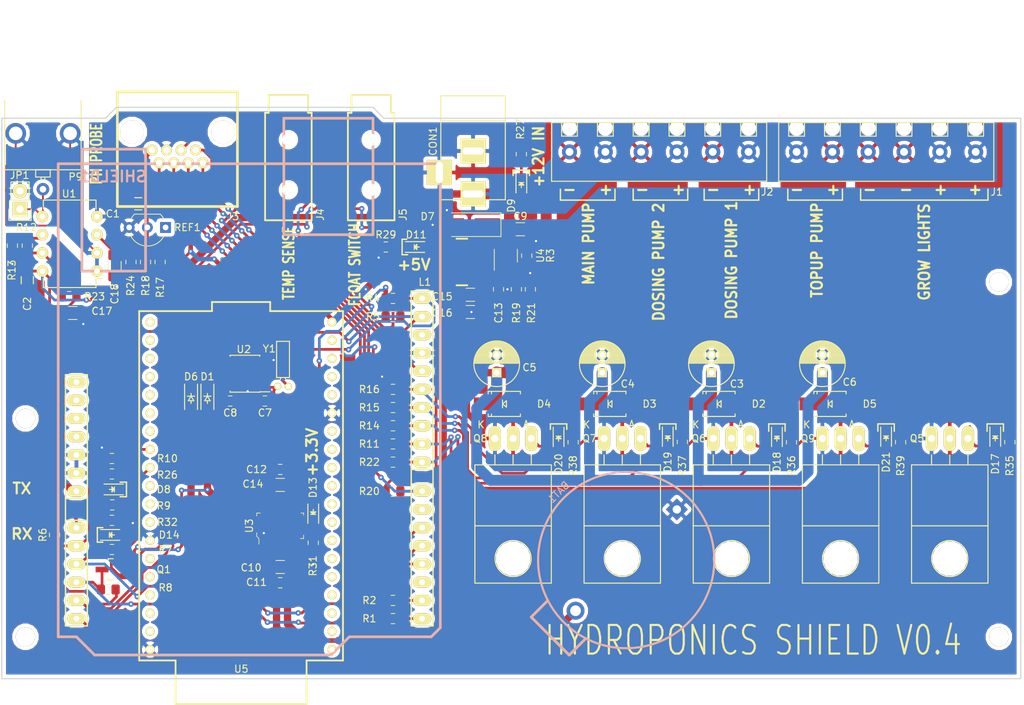
<source format=kicad_pcb>
(kicad_pcb (version 20171130) (host pcbnew 5.0.0-fee4fd1~66~ubuntu16.04.1)
  (layers (0 F.Cu signal) (31 B.Cu signal) (34 B.Paste user) (35 F.Paste user) (36 B.SilkS user) (37 F.SilkS user) (38 B.Mask user) (39 F.Mask user) (44 Edge.Cuts user))
  (net 0 "")
  (net 1 "Net-(C1-Pad1)")
  (net 2 GND)
  (net 3 +5V)
  (net 4 +12V)
  (net 5 FLOAT_SWITCH_IN)
  (net 6 TEMP_SENSE_IN)
  (net 7 +3V3)
  (net 8 LED_STRIP_OUT)
  (net 9 DOSING_PUMP_1)
  (net 10 "Net-(R12-Pad1)")
  (net 11 PH_VOUT)
  (net 12 DOSING_PUMP_2)
  (net 13 MAIN_PUMP)
  (net 14 Vguard)
  (net 15 TOPUP_PUMP)
  (net 16 WIFI_DATA_RECEIVE)
  (net 17 WIFI_DATA_TRANSMIT)
  (net 18 "Net-(D8-Pad1)")
  (net 19 "Net-(D9-Pad1)")
  (net 20 "Net-(D11-Pad1)")
  (net 21 "Net-(D13-Pad1)")
  (net 22 "Net-(D14-Pad2)")
  (net 23 "Net-(D14-Pad1)")
  (net 24 "Net-(D17-Pad1)")
  (net 25 "Net-(D18-Pad1)")
  (net 26 "Net-(D19-Pad1)")
  (net 27 "Net-(D20-Pad1)")
  (net 28 "Net-(D21-Pad1)")
  (net 29 SCL)
  (net 30 ENCODER_SW)
  (net 31 ENCODER_A)
  (net 32 ENCODER_B)
  (net 33 SDA)
  (net 34 "Net-(C7-Pad1)")
  (net 35 "Net-(U2-Pad2)")
  (net 36 /D1DRV)
  (net 37 /D2DRV)
  (net 38 /MPDRV)
  (net 39 /TPDRV)
  (net 40 /LEDDRV)
  (net 41 DISPLAY_RESET)
  (net 42 "Net-(JP1-Pad1)")
  (net 43 "Net-(C8-Pad2)")
  (net 44 BATT_BACKUP)
  (net 45 "Net-(R10-Pad2)")
  (net 46 "Net-(C13-Pad1)")
  (net 47 "Net-(C13-Pad2)")
  (net 48 "Net-(R1-Pad2)")
  (net 49 "Net-(R2-Pad2)")
  (net 50 "Net-(R19-Pad1)")
  (net 51 "Net-(R3-Pad1)")
  (net 52 "Net-(C18-Pad1)")
  (net 53 "Net-(R12-Pad2)")
  (module ARDUINO_SHIELDS:ARDUINO_SHIELD_R3_WI2C (layer F.Cu) (at 28.956 56.388 270)
    (fp_text reference SHIELD1 (at 1.778 -7.62 180) (layer B.SilkS) (effects (font (size 1.524 1.524) (thickness 0.3048)) (justify mirror)))
    (fp_text value ARDUINO_SHIELD_R3_WI2C hide)
    (pad AD5 thru_hole oval (at 63.5 -2.54) (size 2.54 1.524) (drill 0.8128) (layers *.Cu *.Mask F.SilkS) (net 29 SCL))
    (pad AD4 thru_hole oval (at 60.96 -2.54) (size 2.54 1.524) (drill 0.8128) (layers *.Cu *.Mask F.SilkS) (net 33 SDA))
    (pad AD3 thru_hole oval (at 58.42 -2.54) (size 2.54 1.524) (drill 0.8128) (layers *.Cu *.Mask F.SilkS) (net 16 WIFI_DATA_RECEIVE))
    (pad AD0 thru_hole oval (at 50.8 -2.54) (size 2.54 1.524) (drill 0.8128) (layers *.Cu *.Mask F.SilkS) (net 11 PH_VOUT))
    (pad AD1 thru_hole oval (at 53.34 -2.54) (size 2.54 1.524) (drill 0.8128) (layers *.Cu *.Mask F.SilkS) (net 6 TEMP_SENSE_IN))
    (pad AD2 thru_hole oval (at 55.88 -2.54) (size 2.54 1.524) (drill 0.8128) (layers *.Cu *.Mask F.SilkS) (net 17 WIFI_DATA_TRANSMIT))
    (pad V_IN thru_hole oval (at 45.72 -2.54) (size 2.54 1.524) (drill 0.8128) (layers *.Cu *.Mask F.SilkS) (net 4 +12V))
    (pad GND2 thru_hole oval (at 43.18 -2.54) (size 2.54 1.524) (drill 0.8128) (layers *.Cu *.Mask F.SilkS) (net 2 GND))
    (pad GND1 thru_hole oval (at 40.64 -2.54) (size 2.54 1.524) (drill 0.8128) (layers *.Cu *.Mask F.SilkS) (net 2 GND))
    (pad 3V3 thru_hole oval (at 35.56 -2.54) (size 2.54 1.524) (drill 0.8128) (layers *.Cu *.Mask F.SilkS))
    (pad RST thru_hole oval (at 33.02 -2.54) (size 2.54 1.524) (drill 0.8128) (layers *.Cu *.Mask F.SilkS))
    (pad 0 thru_hole oval (at 63.5 -50.8) (size 2.54 1.524) (drill 0.8128) (layers *.Cu *.Mask F.SilkS) (net 48 "Net-(R1-Pad2)"))
    (pad 1 thru_hole oval (at 60.96 -50.8) (size 2.54 1.524) (drill 0.8128) (layers *.Cu *.Mask F.SilkS) (net 49 "Net-(R2-Pad2)"))
    (pad 2 thru_hole oval (at 58.42 -50.8) (size 2.54 1.524) (drill 0.8128) (layers *.Cu *.Mask F.SilkS))
    (pad 3 thru_hole oval (at 55.88 -50.8) (size 2.54 1.524) (drill 0.8128) (layers *.Cu *.Mask F.SilkS) (net 31 ENCODER_A))
    (pad 4 thru_hole oval (at 53.34 -50.8) (size 2.54 1.524) (drill 0.8128) (layers *.Cu *.Mask F.SilkS) (net 32 ENCODER_B))
    (pad 5 thru_hole oval (at 50.8 -50.8) (size 2.54 1.524) (drill 0.8128) (layers *.Cu *.Mask F.SilkS) (net 30 ENCODER_SW))
    (pad 6 thru_hole oval (at 48.26 -50.8) (size 2.54 1.524) (drill 0.8128) (layers *.Cu *.Mask F.SilkS))
    (pad 7 thru_hole oval (at 45.72 -50.8) (size 2.54 1.524) (drill 0.8128) (layers *.Cu *.Mask F.SilkS) (net 5 FLOAT_SWITCH_IN))
    (pad 8 thru_hole oval (at 41.656 -50.8) (size 2.54 1.524) (drill 0.8128) (layers *.Cu *.Mask F.SilkS) (net 15 TOPUP_PUMP))
    (pad 9 thru_hole oval (at 39.116 -50.8) (size 2.54 1.524) (drill 0.8128) (layers *.Cu *.Mask F.SilkS) (net 8 LED_STRIP_OUT))
    (pad 10 thru_hole oval (at 36.576 -50.8) (size 2.54 1.524) (drill 0.8128) (layers *.Cu *.Mask F.SilkS) (net 9 DOSING_PUMP_1))
    (pad 11 thru_hole oval (at 34.036 -50.8) (size 2.54 1.524) (drill 0.8128) (layers *.Cu *.Mask F.SilkS) (net 12 DOSING_PUMP_2))
    (pad 12 thru_hole oval (at 31.496 -50.8) (size 2.54 1.524) (drill 0.8128) (layers *.Cu *.Mask F.SilkS) (net 13 MAIN_PUMP))
    (pad 13 thru_hole oval (at 28.956 -50.8) (size 2.54 1.524) (drill 0.8128) (layers *.Cu *.Mask F.SilkS) (net 41 DISPLAY_RESET))
    (pad GND3 thru_hole oval (at 26.416 -50.8) (size 2.54 1.524) (drill 0.8128) (layers *.Cu *.Mask F.SilkS) (net 2 GND))
    (pad AREF thru_hole oval (at 23.876 -50.8) (size 2.54 1.524) (drill 0.8128) (layers *.Cu *.Mask F.SilkS))
    (pad 5V thru_hole oval (at 38.1 -2.54) (size 2.54 1.524) (drill 0.8128) (layers *.Cu *.Mask F.SilkS))
    (pad SDA thru_hole oval (at 21.336 -50.8) (size 2.54 1.524) (drill 0.8128) (layers *.Cu *.Mask F.SilkS) (net 33 SDA))
    (pad SCL thru_hole oval (at 18.796 -50.8) (size 2.54 1.524) (drill 0.8128) (layers *.Cu *.Mask F.SilkS) (net 29 SCL))
    (pad IORE thru_hole oval (at 30.48 -2.54) (size 2.54 1.524) (drill 0.8128) (layers *.Cu *.Mask F.SilkS))
  )
  (module USER_CONNECTORS:RJHSE-5080 (layer F.Cu) (at 45.593 51.943 180)
    (fp_text reference J3 (at -7.747 -11.811 180) (layer F.SilkS))
    (fp_text value RJHSE-5080)
    (pad ~ thru_hole circle (at -6.35 0 180) (size 3.2512 3.2512) (drill 3.2512) (layers *.Cu *.Mask F.SilkS))
    (pad ~ thru_hole circle (at 6.35 0 180) (size 3.2512 3.2512) (drill 3.2512) (layers *.Cu *.Mask F.SilkS))
    (pad 7 thru_hole circle (at -2.54 -2.54 180) (size 1.524 1.524) (drill 0.889) (layers *.Cu *.Mask F.SilkS) (net 29 SCL))
    (pad 5 thru_hole circle (at -0.508 -2.54 180) (size 1.524 1.524) (drill 0.889) (layers *.Cu *.Mask F.SilkS) (net 41 DISPLAY_RESET))
    (pad 3 thru_hole circle (at 1.524 -2.54 180) (size 1.524 1.524) (drill 0.889) (layers *.Cu *.Mask F.SilkS Eco1.User) (net 2 GND))
    (pad 1 thru_hole circle (at 3.556 -2.54 180) (size 1.524 1.524) (drill 0.889) (layers *.Cu *.Mask F.SilkS) (net 3 +5V))
    (pad 8 thru_hole circle (at -3.556 -4.318 180) (size 1.524 1.524) (drill 0.889) (layers *.Cu *.Mask F.SilkS) (net 33 SDA))
    (pad 6 thru_hole circle (at -1.524 -4.318 180) (size 1.524 1.524) (drill 0.889) (layers *.Cu *.Mask F.SilkS) (net 30 ENCODER_SW))
    (pad 4 thru_hole circle (at 0.508 -4.318 180) (size 1.524 1.524) (drill 0.889) (layers *.Cu *.Mask F.SilkS) (net 32 ENCODER_B))
    (pad 2 thru_hole circle (at 2.54 -4.318 180) (size 1.524 1.524) (drill 0.889) (layers *.Cu *.Mask F.SilkS) (net 31 ENCODER_A))
  )
  (module USER_CONNECTORS:0731000105 (layer F.Cu) (at 26.8224 52.1462 180)
    (fp_text reference P9 (at -4.5466 -6.0706 180) (layer F.SilkS))
    (fp_text value 0731000105)
    (pad 1 thru_hole circle (at 0 -7.8 180) (size 1.75 1.75) (drill 0.93) (layers *.Cu *.Mask) (net 42 "Net-(JP1-Pad1)"))
    (pad 2 thru_hole circle (at -3.8 0 180) (size 2.9 2.9) (drill 1.9) (layers *.Cu *.Mask) (net 14 Vguard))
    (pad 3 thru_hole circle (at 3.8 0 180) (size 2.9 2.9) (drill 1.9) (layers *.Cu *.Mask) (net 14 Vguard))
  )
  (module LEDs:LED_0805 (layer F.Cu) (at 36.449 101.854 180)
    (fp_text reference D8 (at -7.239 0 180) (layer F.SilkS))
    (fp_text value GN)
    (pad 2 smd rect (at 1.04902 0) (size 1.19888 1.19888) (layers F.Cu F.Paste F.Mask) (net 17 WIFI_DATA_TRANSMIT))
    (pad 1 smd rect (at -1.04902 0) (size 1.19888 1.19888) (layers F.Cu F.Paste F.Mask) (net 18 "Net-(D8-Pad1)"))
  )
  (module LEDs:LED_0805 (layer F.Cu) (at 36.449 108.204)
    (fp_text reference D14 (at 8.001 0 180) (layer F.SilkS))
    (fp_text value GN)
    (pad 2 smd rect (at 1.04902 0 180) (size 1.19888 1.19888) (layers F.Cu F.Paste F.Mask) (net 22 "Net-(D14-Pad2)"))
    (pad 1 smd rect (at -1.04902 0 180) (size 1.19888 1.19888) (layers F.Cu F.Paste F.Mask) (net 23 "Net-(D14-Pad1)"))
  )
  (module TO_SOT_Packages_THT:TO-92_Inline_Wide (layer F.Cu) (at 43.942 65.278 180)
    (fp_text reference REF1 (at -3.048 0 180) (layer F.SilkS))
    (fp_text value LT1004CZ-2.5)
    (pad 2 thru_hole circle (at 2.54 0 270) (size 1.52 1.52) (drill 0.8) (layers *.Cu *.Mask) (net 1 "Net-(C1-Pad1)"))
    (pad 3 thru_hole circle (at 5.08 0 270) (size 1.52 1.52) (drill 0.8) (layers *.Cu *.Mask) (net 2 GND))
    (pad 1 thru_hole rect (at 0 0 270) (size 1.52 1.52) (drill 0.8) (layers *.Cu *.Mask))
  )
  (module Capacitors_SMD:C_0805_HandSoldering (layer F.Cu) (at 40.132 61.976 180)
    (fp_text reference C1 (at 3.556 -1.397 180) (layer F.SilkS))
    (fp_text value 0.1uF)
    (pad 1 smd rect (at -1.25 0 180) (size 1.5 1.25) (layers F.Cu F.Paste F.Mask) (net 1 "Net-(C1-Pad1)"))
    (pad 2 smd rect (at 1.25 0 180) (size 1.5 1.25) (layers F.Cu F.Paste F.Mask) (net 2 GND))
  )
  (module Housings_DIP:DIP-8_W7.62mm (layer F.Cu) (at 34.3662 71.374 180)
    (fp_text reference U1 (at 3.8862 10.795 180) (layer F.SilkS))
    (fp_text value LMC6482IN)
    (pad 1 thru_hole oval (at 0 0 180) (size 1.6 1.6) (drill 0.8) (layers *.Cu *.Mask F.SilkS) (net 14 Vguard))
    (pad 2 thru_hole oval (at 0 2.54 180) (size 1.6 1.6) (drill 0.8) (layers *.Cu *.Mask F.SilkS) (net 14 Vguard))
    (pad 3 thru_hole oval (at 0 5.08 180) (size 1.6 1.6) (drill 0.8) (layers *.Cu *.Mask F.SilkS) (net 52 "Net-(C18-Pad1)"))
    (pad 4 thru_hole oval (at 0 7.62 180) (size 1.6 1.6) (drill 0.8) (layers *.Cu *.Mask F.SilkS) (net 2 GND))
    (pad 5 thru_hole oval (at 7.62 7.62 180) (size 1.6 1.6) (drill 0.8) (layers *.Cu *.Mask F.SilkS) (net 42 "Net-(JP1-Pad1)"))
    (pad 6 thru_hole oval (at 7.62 5.08 180) (size 1.6 1.6) (drill 0.8) (layers *.Cu *.Mask F.SilkS) (net 10 "Net-(R12-Pad1)"))
    (pad 7 thru_hole oval (at 7.62 2.54 180) (size 1.6 1.6) (drill 0.8) (layers *.Cu *.Mask F.SilkS) (net 53 "Net-(R12-Pad2)"))
    (pad 8 thru_hole oval (at 7.62 0 180) (size 1.6 1.6) (drill 0.8) (layers *.Cu *.Mask F.SilkS) (net 3 +5V))
  )
  (module Connect:BARREL_JACK (layer F.Cu) (at 86.868 54.40934 270)
    (fp_text reference CON1 (at -1.16586 5.588 90) (layer F.SilkS))
    (fp_text value PJ-202A)
    (pad 1 thru_hole rect (at 6.20014 0 270) (size 3.50012 3.50012) (drill oval 1.00076 2.99974) (layers *.Cu *.Mask F.SilkS) (net 4 +12V))
    (pad 2 thru_hole rect (at 0.20066 0 270) (size 3.50012 3.50012) (drill oval 1.00076 2.99974) (layers *.Cu *.Mask F.SilkS) (net 2 GND))
    (pad 3 thru_hole rect (at 3.2004 4.699 270) (size 3.50012 3.50012) (drill oval 2.99974 1.00076) (layers *.Cu *.Mask F.SilkS) (net 2 GND))
  )
  (module USER_CONNECTORS:282836-6 (layer F.Cu) (at 154.533 54.737 180)
    (fp_text reference J1 (at -5.44 -5.588 180) (layer F.SilkS))
    (fp_text value 282836-6)
    (pad 1 thru_hole circle (at -2.5 0 180) (size 2.1 2.1) (drill 1.1) (layers *.Cu *.Mask) (net 4 +12V))
    (pad 2 thru_hole circle (at 2.5 0 180) (size 2.1 2.1) (drill 1.1) (layers *.Cu *.Mask) (net 4 +12V))
    (pad "" np_thru_hole circle (at -2.5 3.3 180) (size 1.1 1.1) (drill 1.1) (layers *.Cu *.Mask))
    (pad "" np_thru_hole circle (at 2.5 3.3 180) (size 1.1 1.1) (drill 1.1) (layers *.Cu *.Mask))
    (pad 3 thru_hole circle (at 7.5 0 180) (size 2.1 2.1) (drill 1.1) (layers *.Cu *.Mask) (net 40 /LEDDRV))
    (pad 4 thru_hole circle (at 12.5 0 180) (size 2.1 2.1) (drill 1.1) (layers *.Cu *.Mask) (net 40 /LEDDRV))
    (pad 5 thru_hole circle (at 17.5 0 180) (size 2.1 2.1) (drill 1.1) (layers *.Cu *.Mask) (net 39 /TPDRV))
    (pad 6 thru_hole circle (at 22.5 0 180) (size 2.1 2.1) (drill 1.1) (layers *.Cu *.Mask) (net 4 +12V))
    (pad "" np_thru_hole circle (at 7.5 3.3 180) (size 1.1 1.1) (drill 1.1) (layers *.Cu *.Mask))
    (pad "" np_thru_hole circle (at 12.5 3.3 180) (size 1.1 1.1) (drill 1.1) (layers *.Cu *.Mask))
    (pad "" np_thru_hole circle (at 17.5 3.3 180) (size 1.1 1.1) (drill 1.1) (layers *.Cu *.Mask))
    (pad "" np_thru_hole circle (at 22.5 3.3 180) (size 1.1 1.1) (drill 1.1) (layers *.Cu *.Mask))
  )
  (module USER_CONNECTORS:282836-6 (layer F.Cu) (at 122.83 54.735 180)
    (fp_text reference J2 (at -5.106 -5.588 180) (layer F.SilkS))
    (fp_text value 282836-6)
    (pad 1 thru_hole circle (at -2.5 0 180) (size 2.1 2.1) (drill 1.1) (layers *.Cu *.Mask) (net 4 +12V))
    (pad 2 thru_hole circle (at 2.5 0 180) (size 2.1 2.1) (drill 1.1) (layers *.Cu *.Mask) (net 36 /D1DRV))
    (pad "" np_thru_hole circle (at -2.5 3.3 180) (size 1.1 1.1) (drill 1.1) (layers *.Cu *.Mask))
    (pad "" np_thru_hole circle (at 2.5 3.3 180) (size 1.1 1.1) (drill 1.1) (layers *.Cu *.Mask))
    (pad 3 thru_hole circle (at 7.5 0 180) (size 2.1 2.1) (drill 1.1) (layers *.Cu *.Mask) (net 4 +12V))
    (pad 4 thru_hole circle (at 12.5 0 180) (size 2.1 2.1) (drill 1.1) (layers *.Cu *.Mask) (net 37 /D2DRV))
    (pad 5 thru_hole circle (at 17.5 0 180) (size 2.1 2.1) (drill 1.1) (layers *.Cu *.Mask) (net 4 +12V))
    (pad 6 thru_hole circle (at 22.5 0 180) (size 2.1 2.1) (drill 1.1) (layers *.Cu *.Mask) (net 38 /MPDRV))
    (pad "" np_thru_hole circle (at 7.5 3.3 180) (size 1.1 1.1) (drill 1.1) (layers *.Cu *.Mask))
    (pad "" np_thru_hole circle (at 12.5 3.3 180) (size 1.1 1.1) (drill 1.1) (layers *.Cu *.Mask))
    (pad "" np_thru_hole circle (at 17.5 3.3 180) (size 1.1 1.1) (drill 1.1) (layers *.Cu *.Mask))
    (pad "" np_thru_hole circle (at 22.5 3.3 180) (size 1.1 1.1) (drill 1.1) (layers *.Cu *.Mask))
  )
  (module Capacitors_ThroughHole:C_Radial_D6.3_L11.2_P2.5 (layer F.Cu) (at 120.142 85.558 90)
    (fp_text reference C3 (at -1.564 3.556 180) (layer F.SilkS))
    (fp_text value 5ZLH100MEFC6.3X11)
    (pad 2 thru_hole circle (at 2.5 0 90) (size 1.3 1.3) (drill 0.8) (layers *.Cu *.Mask F.SilkS) (net 2 GND))
    (pad 1 thru_hole rect (at 0 0 90) (size 1.3 1.3) (drill 0.8) (layers *.Cu *.Mask F.SilkS) (net 4 +12V))
  )
  (module Capacitors_ThroughHole:C_Radial_D6.3_L11.2_P2.5 (layer F.Cu) (at 104.902 85.558 90)
    (fp_text reference C4 (at -1.564 3.556 180) (layer F.SilkS))
    (fp_text value 5ZLH100MEFC6.3X11)
    (pad 2 thru_hole circle (at 2.5 0 90) (size 1.3 1.3) (drill 0.8) (layers *.Cu *.Mask F.SilkS) (net 2 GND))
    (pad 1 thru_hole rect (at 0 0 90) (size 1.3 1.3) (drill 0.8) (layers *.Cu *.Mask F.SilkS) (net 4 +12V))
  )
  (module Capacitors_ThroughHole:C_Radial_D6.3_L11.2_P2.5 (layer F.Cu) (at 90.17 85.558 90)
    (fp_text reference C5 (at 0.722 4.572 180) (layer F.SilkS))
    (fp_text value 5ZLH100MEFC6.3X11)
    (pad 2 thru_hole circle (at 2.5 0 90) (size 1.3 1.3) (drill 0.8) (layers *.Cu *.Mask F.SilkS) (net 2 GND))
    (pad 1 thru_hole rect (at 0 0 90) (size 1.3 1.3) (drill 0.8) (layers *.Cu *.Mask F.SilkS) (net 4 +12V))
  )
  (module TO_SOT_Packages_THT:TO-220_Neutral123_Horizontal_LargePads (layer F.Cu) (at 153.416 94.742 180)
    (fp_text reference Q5 (at 4.572 0) (layer F.SilkS))
    (fp_text value PSMN022-30PL,127)
    (pad 2 thru_hole oval (at 0 0 270) (size 3.50012 1.69926) (drill 1.00076) (layers *.Cu *.Mask F.SilkS) (net 40 /LEDDRV))
    (pad 1 thru_hole oval (at -2.54 0 270) (size 3.50012 1.69926) (drill 1.00076) (layers *.Cu *.Mask F.SilkS) (net 8 LED_STRIP_OUT))
    (pad 3 thru_hole oval (at 2.54 0 270) (size 3.50012 1.69926) (drill 1.00076) (layers *.Cu *.Mask F.SilkS) (net 2 GND))
    (pad "" np_thru_hole circle (at 0 -16.764 270) (size 3.79984 3.79984) (drill 3.79984) (layers *.Cu *.Mask F.SilkS))
  )
  (module TO_SOT_Packages_THT:TO-220_Neutral123_Horizontal_LargePads (layer F.Cu) (at 122.936 94.742 180)
    (fp_text reference Q6 (at 4.572 0 180) (layer F.SilkS))
    (fp_text value PSMN022-30PL,127)
    (pad 2 thru_hole oval (at 0 0 270) (size 3.50012 1.69926) (drill 1.00076) (layers *.Cu *.Mask F.SilkS) (net 36 /D1DRV))
    (pad 1 thru_hole oval (at -2.54 0 270) (size 3.50012 1.69926) (drill 1.00076) (layers *.Cu *.Mask F.SilkS) (net 9 DOSING_PUMP_1))
    (pad 3 thru_hole oval (at 2.54 0 270) (size 3.50012 1.69926) (drill 1.00076) (layers *.Cu *.Mask F.SilkS) (net 2 GND))
    (pad "" np_thru_hole circle (at 0 -16.764 270) (size 3.79984 3.79984) (drill 3.79984) (layers *.Cu *.Mask F.SilkS))
  )
  (module TO_SOT_Packages_THT:TO-220_Neutral123_Horizontal_LargePads (layer F.Cu) (at 107.696 94.742 180)
    (fp_text reference Q7 (at 4.572 0 180) (layer F.SilkS))
    (fp_text value PSMN022-30PL,127)
    (pad 2 thru_hole oval (at 0 0 270) (size 3.50012 1.69926) (drill 1.00076) (layers *.Cu *.Mask F.SilkS) (net 37 /D2DRV))
    (pad 1 thru_hole oval (at -2.54 0 270) (size 3.50012 1.69926) (drill 1.00076) (layers *.Cu *.Mask F.SilkS) (net 12 DOSING_PUMP_2))
    (pad 3 thru_hole oval (at 2.54 0 270) (size 3.50012 1.69926) (drill 1.00076) (layers *.Cu *.Mask F.SilkS) (net 2 GND))
    (pad "" np_thru_hole circle (at 0 -16.764 270) (size 3.79984 3.79984) (drill 3.79984) (layers *.Cu *.Mask F.SilkS))
  )
  (module TO_SOT_Packages_THT:TO-220_Neutral123_Horizontal_LargePads (layer F.Cu) (at 92.456 94.742 180)
    (fp_text reference Q8 (at 4.572 0 180) (layer F.SilkS))
    (fp_text value PSMN022-30PL,127)
    (pad 2 thru_hole oval (at 0 0 270) (size 3.50012 1.69926) (drill 1.00076) (layers *.Cu *.Mask F.SilkS) (net 38 /MPDRV))
    (pad 1 thru_hole oval (at -2.54 0 270) (size 3.50012 1.69926) (drill 1.00076) (layers *.Cu *.Mask F.SilkS) (net 13 MAIN_PUMP))
    (pad 3 thru_hole oval (at 2.54 0 270) (size 3.50012 1.69926) (drill 1.00076) (layers *.Cu *.Mask F.SilkS) (net 2 GND))
    (pad "" np_thru_hole circle (at 0 -16.764 270) (size 3.79984 3.79984) (drill 3.79984) (layers *.Cu *.Mask F.SilkS))
  )
  (module Capacitors_ThroughHole:C_Radial_D6.3_L11.2_P2.5 (layer F.Cu) (at 135.636 85.558 90)
    (fp_text reference C6 (at -1.31 3.81 180) (layer F.SilkS))
    (fp_text value 5ZLH100MEFC6.3X11)
    (pad 2 thru_hole circle (at 2.5 0 90) (size 1.3 1.3) (drill 0.8) (layers *.Cu *.Mask F.SilkS) (net 2 GND))
    (pad 1 thru_hole rect (at 0 0 90) (size 1.3 1.3) (drill 0.8) (layers *.Cu *.Mask F.SilkS) (net 4 +12V))
  )
  (module TO_SOT_Packages_THT:TO-220_Neutral123_Horizontal_LargePads (layer F.Cu) (at 138.176 94.742 180)
    (fp_text reference Q9 (at 4.572 0 180) (layer F.SilkS))
    (fp_text value PSMN022-30PL,127)
    (pad 2 thru_hole oval (at 0 0 270) (size 3.50012 1.69926) (drill 1.00076) (layers *.Cu *.Mask F.SilkS) (net 39 /TPDRV))
    (pad 1 thru_hole oval (at -2.54 0 270) (size 3.50012 1.69926) (drill 1.00076) (layers *.Cu *.Mask F.SilkS) (net 15 TOPUP_PUMP))
    (pad 3 thru_hole oval (at 2.54 0 270) (size 3.50012 1.69926) (drill 1.00076) (layers *.Cu *.Mask F.SilkS) (net 2 GND))
    (pad "" np_thru_hole circle (at 0 -16.764 270) (size 3.79984 3.79984) (drill 3.79984) (layers *.Cu *.Mask F.SilkS))
  )
  (module LEDs:LED_0805 (layer F.Cu) (at 93.60839 59.363878 270)
    (fp_text reference D9 (at 2.866122 1.40639 90) (layer F.SilkS))
    (fp_text value GN)
    (pad 2 smd rect (at 1.04902 0 90) (size 1.19888 1.19888) (layers F.Cu F.Paste F.Mask) (net 4 +12V))
    (pad 1 smd rect (at -1.04902 0 90) (size 1.19888 1.19888) (layers F.Cu F.Paste F.Mask) (net 19 "Net-(D9-Pad1)"))
  )
  (module LEDs:LED_0805 (layer F.Cu) (at 79.010778 68.01181)
    (fp_text reference D11 (at -0.080278 -1.71781) (layer F.SilkS))
    (fp_text value GN)
    (pad 2 smd rect (at 1.04902 0 180) (size 1.19888 1.19888) (layers F.Cu F.Paste F.Mask) (net 3 +5V))
    (pad 1 smd rect (at -1.04902 0 180) (size 1.19888 1.19888) (layers F.Cu F.Paste F.Mask) (net 20 "Net-(D11-Pad1)"))
  )
  (module LEDs:LED_0805 (layer F.Cu) (at 64.55741 104.986822 90)
    (fp_text reference D13 (at 3.386822 -0.04141 90) (layer F.SilkS))
    (fp_text value GN)
    (pad 2 smd rect (at 1.04902 0 270) (size 1.19888 1.19888) (layers F.Cu F.Paste F.Mask) (net 7 +3V3))
    (pad 1 smd rect (at -1.04902 0 270) (size 1.19888 1.19888) (layers F.Cu F.Paste F.Mask) (net 21 "Net-(D13-Pad1)"))
  )
  (module LEDs:LED_0805 (layer F.Cu) (at 159.766 94.742 270)
    (fp_text reference D17 (at 3.556 0 270) (layer F.SilkS))
    (fp_text value GN)
    (pad 2 smd rect (at 1.04902 0 90) (size 1.19888 1.19888) (layers F.Cu F.Paste F.Mask) (net 8 LED_STRIP_OUT))
    (pad 1 smd rect (at -1.04902 0 90) (size 1.19888 1.19888) (layers F.Cu F.Paste F.Mask) (net 24 "Net-(D17-Pad1)"))
  )
  (module LEDs:LED_0805 (layer F.Cu) (at 129.286 94.77502 270)
    (fp_text reference D18 (at 3.26898 0 270) (layer F.SilkS))
    (fp_text value GN)
    (pad 2 smd rect (at 1.04902 0 90) (size 1.19888 1.19888) (layers F.Cu F.Paste F.Mask) (net 9 DOSING_PUMP_1))
    (pad 1 smd rect (at -1.04902 0 90) (size 1.19888 1.19888) (layers F.Cu F.Paste F.Mask) (net 25 "Net-(D18-Pad1)"))
  )
  (module LEDs:LED_0805 (layer F.Cu) (at 114.046 94.742 270)
    (fp_text reference D19 (at 3.302 0 270) (layer F.SilkS))
    (fp_text value GN)
    (pad 2 smd rect (at 1.04902 0 90) (size 1.19888 1.19888) (layers F.Cu F.Paste F.Mask) (net 12 DOSING_PUMP_2))
    (pad 1 smd rect (at -1.04902 0 90) (size 1.19888 1.19888) (layers F.Cu F.Paste F.Mask) (net 26 "Net-(D19-Pad1)"))
  )
  (module LEDs:LED_0805 (layer F.Cu) (at 98.806 94.77502 270)
    (fp_text reference D20 (at 3.52298 0 270) (layer F.SilkS))
    (fp_text value GN)
    (pad 2 smd rect (at 1.04902 0 90) (size 1.19888 1.19888) (layers F.Cu F.Paste F.Mask) (net 13 MAIN_PUMP))
    (pad 1 smd rect (at -1.04902 0 90) (size 1.19888 1.19888) (layers F.Cu F.Paste F.Mask) (net 27 "Net-(D20-Pad1)"))
  )
  (module LEDs:LED_0805 (layer F.Cu) (at 144.526 94.742 270)
    (fp_text reference D21 (at 3.302 0 270) (layer F.SilkS))
    (fp_text value GN)
    (pad 2 smd rect (at 1.04902 0 90) (size 1.19888 1.19888) (layers F.Cu F.Paste F.Mask) (net 15 TOPUP_PUMP))
    (pad 1 smd rect (at -1.04902 0 90) (size 1.19888 1.19888) (layers F.Cu F.Paste F.Mask) (net 28 "Net-(D21-Pad1)"))
  )
  (module digikey-footprints:SOT-223 (layer F.Cu) (at 59.944 106.934)
    (fp_text reference U3 (at -4.318 0 90) (layer F.SilkS))
    (fp_text value AZ1117CH-3_3TRG1)
    (pad 3 smd rect (at 2.3 3.1) (size 1.2 2.2) (layers F.Cu F.Paste F.Mask) (net 4 +12V))
    (pad 2 smd rect (at 0 3.1) (size 1.2 2.2) (layers F.Cu F.Paste F.Mask) (net 7 +3V3))
    (pad 1 smd rect (at -2.3 3.1) (size 1.2 2.2) (layers F.Cu F.Paste F.Mask) (net 2 GND))
    (pad 4 smd rect (at 0 -3.1) (size 3.5 2.2) (layers F.Cu F.Paste F.Mask) (net 7 +3V3))
  )
  (module Crystals:Crystal_Round_Horizontal_2mm (layer F.Cu) (at 60.3377 87.4776)
    (fp_text reference Y1 (at -1.9177 -5.2578) (layer F.SilkS))
    (fp_text value CFS-20632768DZFB)
    (pad 1 thru_hole circle (at -0.7493 0) (size 1.00076 1.00076) (drill 0.59944) (layers *.Cu *.Mask F.SilkS) (net 34 "Net-(C7-Pad1)"))
    (pad 2 thru_hole circle (at 0.7493 0) (size 1.00076 1.00076) (drill 0.59944) (layers *.Cu *.Mask F.SilkS) (net 35 "Net-(U2-Pad2)"))
  )
  (module Capacitors_SMD:C_0805_HandSoldering (layer F.Cu) (at 24.638 72.644 270)
    (fp_text reference C2 (at 3.302 0 90) (layer F.SilkS))
    (fp_text value 0.1uF)
    (pad 1 smd rect (at -1.25 0 270) (size 1.5 1.25) (layers F.Cu F.Paste F.Mask) (net 3 +5V))
    (pad 2 smd rect (at 1.25 0 270) (size 1.5 1.25) (layers F.Cu F.Paste F.Mask) (net 2 GND))
  )
  (module TO_SOT_Packages_SMD:SOT-23_Handsoldering (layer F.Cu) (at 36.576 113.03 90)
    (fp_text reference Q1 (at 0 7.112 180) (layer F.SilkS))
    (fp_text value DMN65D8L-7)
    (pad 1 smd rect (at -0.95 1.50114 90) (size 0.8001 1.80086) (layers F.Cu F.Paste F.Mask) (net 7 +3V3))
    (pad 2 smd rect (at 0.95 1.50114 90) (size 0.8001 1.80086) (layers F.Cu F.Paste F.Mask) (net 22 "Net-(D14-Pad2)"))
    (pad 3 smd rect (at 0 -1.50114 90) (size 0.8001 1.80086) (layers F.Cu F.Paste F.Mask) (net 16 WIFI_DATA_RECEIVE))
  )
  (module Diodes_SMD:SMA_Handsoldering (layer F.Cu) (at 136.69264 89.916)
    (fp_text reference D5 (at 5.54736 0) (layer F.SilkS))
    (fp_text value S1GTR)
    (fp_text user K (at -3.25 2.9) (layer F.SilkS))
    (fp_text user A (at 3.05 2.85) (layer F.SilkS))
    (pad 1 smd rect (at -2.49936 0) (size 3.50012 1.80086) (layers F.Cu F.Paste F.Mask) (net 4 +12V))
    (pad 2 smd rect (at 2.49936 0) (size 3.50012 1.80086) (layers F.Cu F.Paste F.Mask) (net 39 /TPDRV))
  )
  (module Diodes_SMD:SMA_Handsoldering (layer F.Cu) (at 121.19864 89.916)
    (fp_text reference D2 (at 5.54736 0) (layer F.SilkS))
    (fp_text value S1GTR)
    (fp_text user K (at -3.25 2.9) (layer F.SilkS))
    (fp_text user A (at 3.05 2.85) (layer F.SilkS))
    (pad 1 smd rect (at -2.49936 0) (size 3.50012 1.80086) (layers F.Cu F.Paste F.Mask) (net 4 +12V))
    (pad 2 smd rect (at 2.49936 0) (size 3.50012 1.80086) (layers F.Cu F.Paste F.Mask) (net 36 /D1DRV))
  )
  (module Diodes_SMD:SMA_Handsoldering (layer F.Cu) (at 105.95864 89.916)
    (fp_text reference D3 (at 5.54736 0) (layer F.SilkS))
    (fp_text value S1GTR)
    (fp_text user K (at -3.25 2.9) (layer F.SilkS))
    (fp_text user A (at 3.05 2.85) (layer F.SilkS))
    (pad 1 smd rect (at -2.49936 0) (size 3.50012 1.80086) (layers F.Cu F.Paste F.Mask) (net 4 +12V))
    (pad 2 smd rect (at 2.49936 0) (size 3.50012 1.80086) (layers F.Cu F.Paste F.Mask) (net 37 /D2DRV))
  )
  (module Diodes_SMD:SMA_Handsoldering (layer F.Cu) (at 91.22664 89.916)
    (fp_text reference D4 (at 5.54736 0) (layer F.SilkS))
    (fp_text value S1GTR)
    (fp_text user K (at -3.25 2.9) (layer F.SilkS))
    (fp_text user A (at 3.05 2.85) (layer F.SilkS))
    (pad 1 smd rect (at -2.49936 0) (size 3.50012 1.80086) (layers F.Cu F.Paste F.Mask) (net 4 +12V))
    (pad 2 smd rect (at 2.49936 0) (size 3.50012 1.80086) (layers F.Cu F.Paste F.Mask) (net 38 /MPDRV))
  )
  (module Mounting_Holes:MountingHole_2-7mm (layer F.Cu) (at 24.384 122.428)
    (fp_text reference P3 (at 0 0) (layer F.SilkS))
    (fp_text value MTG)
    (pad 1 thru_hole circle (at 0 0) (size 2.7 2.7) (drill 2.7) (layers))
  )
  (module Mounting_Holes:MountingHole_2-7mm (layer F.Cu) (at 24.384 91.948)
    (fp_text reference P6 (at 0 -0.2794) (layer F.SilkS))
    (fp_text value MTG)
    (pad 1 thru_hole circle (at 0 0) (size 2.7 2.7) (drill 2.7) (layers))
  )
  (module Mounting_Holes:MountingHole_2-7mm (layer F.Cu) (at 160.274 122.428)
    (fp_text reference P7 (at 0 0) (layer F.SilkS))
    (fp_text value MTG)
    (pad 1 thru_hole circle (at 0 0) (size 2.7 2.7) (drill 2.7) (layers))
  )
  (module Mounting_Holes:MountingHole_2-7mm (layer F.Cu) (at 160.274 72.898)
    (fp_text reference P8 (at 0 0) (layer F.SilkS))
    (fp_text value MTG)
    (pad 1 thru_hole circle (at 0 0) (size 2.7 2.7) (drill 2.7) (layers))
  )
  (module Pin_Headers:Pin_Header_Straight_1x02 (layer F.Cu) (at 23.622 62.738 180)
    (fp_text reference JP1 (at 0.0508 4.7498 180) (layer F.SilkS))
    (fp_text value Jumper_NO_Small)
    (pad 1 thru_hole rect (at 0 0 180) (size 2.032 2.032) (drill 1.016) (layers *.Cu *.Mask F.SilkS) (net 42 "Net-(JP1-Pad1)"))
    (pad 2 thru_hole oval (at 0 2.54 180) (size 2.032 2.032) (drill 1.016) (layers *.Cu *.Mask F.SilkS) (net 14 Vguard))
  )
  (module Diodes_SMD:SOD-123 (layer F.Cu) (at 49.784 89.154 270)
    (fp_text reference D1 (at -3.048 0) (layer F.SilkS))
    (fp_text value 1N4448W-TP)
    (pad 1 smd rect (at -1.635 0 270) (size 0.91 1.22) (layers F.Cu F.Paste F.Mask) (net 43 "Net-(C8-Pad2)"))
    (pad 2 smd rect (at 1.635 0 270) (size 0.91 1.22) (layers F.Cu F.Paste F.Mask) (net 7 +3V3))
  )
  (module Diodes_SMD:SOD-123 (layer F.Cu) (at 47.498 89.154 270)
    (fp_text reference D6 (at -3.048 0) (layer F.SilkS))
    (fp_text value 1N4448W-TP)
    (pad 1 smd rect (at -1.635 0 270) (size 0.91 1.22) (layers F.Cu F.Paste F.Mask) (net 43 "Net-(C8-Pad2)"))
    (pad 2 smd rect (at 1.635 0 270) (size 0.91 1.22) (layers F.Cu F.Paste F.Mask) (net 44 BATT_BACKUP))
  )
  (module USER_CONNECTORS:BS-7_USER (layer B.Cu) (at 115.316 104.648 225)
    (fp_text reference BAT1 (at 9.96 13.37 225) (layer B.SilkS) (effects (justify mirror)))
    (fp_text value BS-7_2032)
    (pad 1 thru_hole rect (at 0 0 225) (size 2.17 2.17) (drill 1.17) (layers *.Cu *.Mask) (net 2 GND))
    (pad 2 thru_hole circle (at 20.000001 0 225) (size 2.5 2.5) (drill 1.5) (layers *.Cu *.Mask) (net 44 BATT_BACKUP))
  )
  (module USER_MODULES:ESP32_DEVKITC (layer F.Cu) (at 54.483 101.346 180)
    (fp_text reference U5 (at -0.0254 -25.5778 180) (layer F.SilkS))
    (fp_text value ESP32_devkitc)
    (pad 3v3 thru_hole circle (at -12.7 -22.86 180) (size 1.27 1.27) (drill 0.762) (layers *.Cu *.Mask F.SilkS))
    (pad EN thru_hole circle (at -12.7 -20.32 180) (size 1.27 1.27) (drill 0.762) (layers *.Cu *.Mask F.SilkS))
    (pad VP thru_hole circle (at -12.7 -17.78 180) (size 1.27 1.27) (drill 0.762) (layers *.Cu *.Mask F.SilkS))
    (pad VN thru_hole circle (at -12.7 -15.24 180) (size 1.27 1.27) (drill 0.762) (layers *.Cu *.Mask F.SilkS))
    (pad 34 thru_hole circle (at -12.7 -12.7 180) (size 1.27 1.27) (drill 0.762) (layers *.Cu *.Mask F.SilkS))
    (pad 35 thru_hole circle (at -12.7 -10.16 180) (size 1.27 1.27) (drill 0.762) (layers *.Cu *.Mask F.SilkS))
    (pad 32 thru_hole circle (at -12.7 -7.62 180) (size 1.27 1.27) (drill 0.762) (layers *.Cu *.Mask F.SilkS))
    (pad 33 thru_hole circle (at -12.7 -5.08 180) (size 1.27 1.27) (drill 0.762) (layers *.Cu *.Mask F.SilkS))
    (pad 25 thru_hole circle (at -12.7 -2.54 180) (size 1.27 1.27) (drill 0.762) (layers *.Cu *.Mask F.SilkS))
    (pad 26 thru_hole circle (at -12.7 0 180) (size 1.27 1.27) (drill 0.762) (layers *.Cu *.Mask F.SilkS))
    (pad 27 thru_hole circle (at -12.7 2.54 180) (size 1.27 1.27) (drill 0.762) (layers *.Cu *.Mask F.SilkS))
    (pad 14 thru_hole circle (at -12.7 5.08 180) (size 1.27 1.27) (drill 0.762) (layers *.Cu *.Mask F.SilkS))
    (pad 12 thru_hole circle (at -12.7 7.62 180) (size 1.27 1.27) (drill 0.762) (layers *.Cu *.Mask F.SilkS))
    (pad GND1 thru_hole circle (at -12.7 10.16 180) (size 1.27 1.27) (drill 0.762) (layers *.Cu *.Mask F.SilkS) (net 2 GND))
    (pad 13 thru_hole circle (at -12.7 12.7 180) (size 1.27 1.27) (drill 0.762) (layers *.Cu *.Mask F.SilkS))
    (pad D2 thru_hole circle (at -12.7 15.24 180) (size 1.27 1.27) (drill 0.762) (layers *.Cu *.Mask F.SilkS))
    (pad CMD thru_hole circle (at -12.7 20.32 180) (size 1.27 1.27) (drill 0.762) (layers *.Cu *.Mask F.SilkS))
    (pad D3 thru_hole circle (at -12.7 17.78 180) (size 1.27 1.27) (drill 0.762) (layers *.Cu *.Mask F.SilkS))
    (pad 5V thru_hole circle (at -12.7 22.86 180) (size 1.27 1.27) (drill 0.762) (layers *.Cu *.Mask F.SilkS) (net 3 +5V))
    (pad 18 thru_hole circle (at 12.7 -2.54 180) (size 1.27 1.27) (drill 0.762) (layers *.Cu *.Mask F.SilkS))
    (pad 17 thru_hole circle (at 12.7 2.54 180) (size 1.27 1.27) (drill 0.762) (layers *.Cu *.Mask F.SilkS) (net 22 "Net-(D14-Pad2)"))
    (pad 19 thru_hole circle (at 12.7 -5.08 180) (size 1.27 1.27) (drill 0.762) (layers *.Cu *.Mask F.SilkS))
    (pad 4 thru_hole circle (at 12.7 7.62 180) (size 1.27 1.27) (drill 0.762) (layers *.Cu *.Mask F.SilkS))
    (pad 5 thru_hole circle (at 12.7 0 180) (size 1.27 1.27) (drill 0.762) (layers *.Cu *.Mask F.SilkS))
    (pad 16 thru_hole circle (at 12.7 5.08 180) (size 1.27 1.27) (drill 0.762) (layers *.Cu *.Mask F.SilkS) (net 45 "Net-(R10-Pad2)"))
    (pad 2 thru_hole circle (at 12.7 12.7 180) (size 1.27 1.27) (drill 0.762) (layers *.Cu *.Mask F.SilkS))
    (pad D0 thru_hole circle (at 12.7 20.32 180) (size 1.27 1.27) (drill 0.762) (layers *.Cu *.Mask F.SilkS))
    (pad 0 thru_hole circle (at 12.7 10.16 180) (size 1.27 1.27) (drill 0.762) (layers *.Cu *.Mask F.SilkS))
    (pad 15 thru_hole circle (at 12.7 15.24 180) (size 1.27 1.27) (drill 0.762) (layers *.Cu *.Mask F.SilkS))
    (pad CLK thru_hole circle (at 12.7 22.86 180) (size 1.27 1.27) (drill 0.762) (layers *.Cu *.Mask F.SilkS))
    (pad D1 thru_hole circle (at 12.7 17.78 180) (size 1.27 1.27) (drill 0.762) (layers *.Cu *.Mask F.SilkS))
    (pad TX thru_hole circle (at 12.7 -15.24 180) (size 1.27 1.27) (drill 0.762) (layers *.Cu *.Mask F.SilkS))
    (pad RX thru_hole circle (at 12.7 -12.7 180) (size 1.27 1.27) (drill 0.762) (layers *.Cu *.Mask F.SilkS))
    (pad 22 thru_hole circle (at 12.7 -17.78 180) (size 1.27 1.27) (drill 0.762) (layers *.Cu *.Mask F.SilkS))
    (pad 23 thru_hole circle (at 12.7 -20.32 180) (size 1.27 1.27) (drill 0.762) (layers *.Cu *.Mask F.SilkS))
    (pad GND3 thru_hole circle (at 12.7 -22.86 180) (size 1.27 1.27) (drill 0.762) (layers *.Cu *.Mask F.SilkS) (net 2 GND))
    (pad GND2 thru_hole circle (at 12.7 -7.62 180) (size 1.27 1.27) (drill 0.762) (layers *.Cu *.Mask F.SilkS) (net 2 GND))
    (pad 21 thru_hole circle (at 12.7 -10.16 180) (size 1.27 1.27) (drill 0.762) (layers *.Cu *.Mask F.SilkS))
  )
  (module Resistor_SMD:R_0805_2012Metric_Pad1.15x1.40mm_HandSolder (layer F.Cu) (at 75.692 119.888)
    (fp_text reference R1 (at -3.302 0) (layer F.SilkS))
    (fp_text value 0)
    (pad 2 smd roundrect (at 1.025 0) (size 1.15 1.4) (layers F.Cu F.Paste F.Mask) (roundrect_rratio 0.217391) (net 48 "Net-(R1-Pad2)"))
    (pad 1 smd roundrect (at -1.025 0) (size 1.15 1.4) (layers F.Cu F.Paste F.Mask) (roundrect_rratio 0.217391) (net 16 WIFI_DATA_RECEIVE))
  )
  (module Resistor_SMD:R_0805_2012Metric_Pad1.15x1.40mm_HandSolder (layer F.Cu) (at 75.683 117.348)
    (fp_text reference R2 (at -3.293 0) (layer F.SilkS))
    (fp_text value DNP)
    (pad 1 smd roundrect (at -1.025 0) (size 1.15 1.4) (layers F.Cu F.Paste F.Mask) (roundrect_rratio 0.217391) (net 17 WIFI_DATA_TRANSMIT))
    (pad 2 smd roundrect (at 1.025 0) (size 1.15 1.4) (layers F.Cu F.Paste F.Mask) (roundrect_rratio 0.217391) (net 49 "Net-(R2-Pad2)"))
  )
  (module Package_SO:SOIC-8_3.9x4.9mm_P1.27mm (layer F.Cu) (at 55.0164 85.6996 180)
    (fp_text reference U2 (at 0.1524 3.4036 180) (layer F.SilkS))
    (fp_text value PCF8563T)
    (pad 1 smd rect (at -2.7 -1.905 180) (size 1.55 0.6) (layers F.Cu F.Paste F.Mask) (net 34 "Net-(C7-Pad1)"))
    (pad 2 smd rect (at -2.7 -0.635 180) (size 1.55 0.6) (layers F.Cu F.Paste F.Mask) (net 35 "Net-(U2-Pad2)"))
    (pad 3 smd rect (at -2.7 0.635 180) (size 1.55 0.6) (layers F.Cu F.Paste F.Mask))
    (pad 4 smd rect (at -2.7 1.905 180) (size 1.55 0.6) (layers F.Cu F.Paste F.Mask) (net 2 GND))
    (pad 5 smd rect (at 2.7 1.905 180) (size 1.55 0.6) (layers F.Cu F.Paste F.Mask) (net 33 SDA))
    (pad 6 smd rect (at 2.7 0.635 180) (size 1.55 0.6) (layers F.Cu F.Paste F.Mask) (net 29 SCL))
    (pad 7 smd rect (at 2.7 -0.635 180) (size 1.55 0.6) (layers F.Cu F.Paste F.Mask))
    (pad 8 smd rect (at 2.7 -1.905 180) (size 1.55 0.6) (layers F.Cu F.Paste F.Mask) (net 43 "Net-(C8-Pad2)"))
  )
  (module Package_TO_SOT_SMD:SOT-23-6_Handsoldering (layer F.Cu) (at 91.44 69.215 90)
    (fp_text reference U4 (at 0 4.826 270) (layer F.SilkS))
    (fp_text value AOZ1280CI)
    (pad 1 smd rect (at -1.35 -0.95 90) (size 1.56 0.65) (layers F.Cu F.Paste F.Mask) (net 46 "Net-(C13-Pad1)"))
    (pad 2 smd rect (at -1.35 0 90) (size 1.56 0.65) (layers F.Cu F.Paste F.Mask) (net 2 GND))
    (pad 3 smd rect (at -1.35 0.95 90) (size 1.56 0.65) (layers F.Cu F.Paste F.Mask) (net 50 "Net-(R19-Pad1)"))
    (pad 4 smd rect (at 1.35 0.95 90) (size 1.56 0.65) (layers F.Cu F.Paste F.Mask) (net 51 "Net-(R3-Pad1)"))
    (pad 6 smd rect (at 1.35 -0.95 90) (size 1.56 0.65) (layers F.Cu F.Paste F.Mask) (net 47 "Net-(C13-Pad2)"))
    (pad 5 smd rect (at 1.35 0 90) (size 1.56 0.65) (layers F.Cu F.Paste F.Mask) (net 4 +12V))
  )
  (module USER_INDUCTORS:SRN6045 (layer F.Cu) (at 85.308 70.104)
    (fp_text reference L1 (at -5.171 2.794) (layer F.SilkS))
    (fp_text value SRN6045-101)
    (pad 1 smd rect (at -2.25 0) (size 3 6) (layers F.Cu F.Paste F.Mask) (net 3 +5V))
    (pad 2 smd rect (at 2.25 0) (size 3 6) (layers F.Cu F.Paste F.Mask) (net 47 "Net-(C13-Pad2)"))
  )
  (module Diode_SMD:D_SMA_Handsoldering (layer F.Cu) (at 86.36 64.897 180)
    (fp_text reference D7 (at 5.842 1.143 180) (layer F.SilkS))
    (fp_text value STPS160A)
    (pad 1 smd rect (at -2.5 0 180) (size 3.5 1.8) (layers F.Cu F.Paste F.Mask) (net 47 "Net-(C13-Pad2)"))
    (pad 2 smd rect (at 2.5 0 180) (size 3.5 1.8) (layers F.Cu F.Paste F.Mask) (net 2 GND))
  )
  (module Capacitor_SMD:C_1206_3216Metric_Pad1.42x1.75mm_HandSolder (layer F.Cu) (at 93.472 65.532)
    (fp_text reference C9 (at 0 -1.82) (layer F.SilkS))
    (fp_text value 4.7uF)
    (pad 1 smd roundrect (at -1.4875 0) (size 1.425 1.75) (layers F.Cu F.Paste F.Mask) (roundrect_rratio 0.175439) (net 4 +12V))
    (pad 2 smd roundrect (at 1.4875 0) (size 1.425 1.75) (layers F.Cu F.Paste F.Mask) (roundrect_rratio 0.175439) (net 2 GND))
  )
  (module Resistor_SMD:R_0805_2012Metric_Pad1.15x1.40mm_HandSolder (layer F.Cu) (at 94.361 69.215 270)
    (fp_text reference R3 (at 0 -3.302 270) (layer F.SilkS))
    (fp_text value 10.0k)
    (pad 2 smd roundrect (at 1.025 0 270) (size 1.15 1.4) (layers F.Cu F.Paste F.Mask) (roundrect_rratio 0.217391) (net 4 +12V))
    (pad 1 smd roundrect (at -1.025 0 270) (size 1.15 1.4) (layers F.Cu F.Paste F.Mask) (roundrect_rratio 0.217391) (net 51 "Net-(R3-Pad1)"))
  )
  (module Resistor_SMD:R_0805_2012Metric_Pad1.15x1.40mm_HandSolder (layer F.Cu) (at 92.9132 73.914 270)
    (fp_text reference R19 (at 3.302 0 270) (layer F.SilkS))
    (fp_text value 49.9k)
    (pad 1 smd roundrect (at -1.025 0 270) (size 1.15 1.4) (layers F.Cu F.Paste F.Mask) (roundrect_rratio 0.217391) (net 50 "Net-(R19-Pad1)"))
    (pad 2 smd roundrect (at 1.025 0 270) (size 1.15 1.4) (layers F.Cu F.Paste F.Mask) (roundrect_rratio 0.217391) (net 3 +5V))
  )
  (module Capacitor_SMD:C_0805_2012Metric_Pad1.15x1.40mm_HandSolder (layer F.Cu) (at 57.8104 89.5096 180)
    (fp_text reference C7 (at 0 -1.65 180) (layer F.SilkS))
    (fp_text value "12.5pF NP0")
    (pad 1 smd roundrect (at -1.025 0 180) (size 1.15 1.4) (layers F.Cu F.Paste F.Mask) (roundrect_rratio 0.217391) (net 34 "Net-(C7-Pad1)"))
    (pad 2 smd roundrect (at 1.025 0 180) (size 1.15 1.4) (layers F.Cu F.Paste F.Mask) (roundrect_rratio 0.217391) (net 2 GND))
  )
  (module Capacitor_SMD:C_0805_2012Metric_Pad1.15x1.40mm_HandSolder (layer F.Cu) (at 52.9644 89.5096 180)
    (fp_text reference C8 (at 0 -1.65 180) (layer F.SilkS))
    (fp_text value 0.1uF)
    (pad 1 smd roundrect (at -1.025 0 180) (size 1.15 1.4) (layers F.Cu F.Paste F.Mask) (roundrect_rratio 0.217391) (net 2 GND))
    (pad 2 smd roundrect (at 1.025 0 180) (size 1.15 1.4) (layers F.Cu F.Paste F.Mask) (roundrect_rratio 0.217391) (net 43 "Net-(C8-Pad2)"))
  )
  (module Capacitor_SMD:C_1206_3216Metric_Pad1.42x1.75mm_HandSolder (layer F.Cu) (at 59.944 112.6744 180)
    (fp_text reference C10 (at 4.064 -0.1016 180) (layer F.SilkS))
    (fp_text value 4.7uF)
    (pad 1 smd roundrect (at -1.4875 0 180) (size 1.425 1.75) (layers F.Cu F.Paste F.Mask) (roundrect_rratio 0.175439) (net 4 +12V))
    (pad 2 smd roundrect (at 1.4875 0 180) (size 1.425 1.75) (layers F.Cu F.Paste F.Mask) (roundrect_rratio 0.175439) (net 2 GND))
  )
  (module Capacitor_SMD:C_0805_2012Metric_Pad1.15x1.40mm_HandSolder (layer F.Cu) (at 59.944 114.8842 180)
    (fp_text reference C11 (at 3.302 0.0762 180) (layer F.SilkS))
    (fp_text value 0.1uF)
    (pad 1 smd roundrect (at -1.025 0 180) (size 1.15 1.4) (layers F.Cu F.Paste F.Mask) (roundrect_rratio 0.217391) (net 4 +12V))
    (pad 2 smd roundrect (at 1.025 0 180) (size 1.15 1.4) (layers F.Cu F.Paste F.Mask) (roundrect_rratio 0.217391) (net 2 GND))
  )
  (module Capacitor_SMD:C_0805_2012Metric_Pad1.15x1.40mm_HandSolder (layer F.Cu) (at 59.944 99.06 180)
    (fp_text reference C12 (at 3.302 0 180) (layer F.SilkS))
    (fp_text value 0.1uF)
    (pad 2 smd roundrect (at 1.025 0 180) (size 1.15 1.4) (layers F.Cu F.Paste F.Mask) (roundrect_rratio 0.217391) (net 2 GND))
    (pad 1 smd roundrect (at -1.025 0 180) (size 1.15 1.4) (layers F.Cu F.Paste F.Mask) (roundrect_rratio 0.217391) (net 7 +3V3))
  )
  (module Capacitor_SMD:C_0805_2012Metric_Pad1.15x1.40mm_HandSolder (layer F.Cu) (at 90.424 73.914 270)
    (fp_text reference C13 (at 3.302 0 270) (layer F.SilkS))
    (fp_text value 10nF)
    (pad 2 smd roundrect (at 1.025 0 270) (size 1.15 1.4) (layers F.Cu F.Paste F.Mask) (roundrect_rratio 0.217391) (net 47 "Net-(C13-Pad2)"))
    (pad 1 smd roundrect (at -1.025 0 270) (size 1.15 1.4) (layers F.Cu F.Paste F.Mask) (roundrect_rratio 0.217391) (net 46 "Net-(C13-Pad1)"))
  )
  (module Capacitor_SMD:C_1206_3216Metric_Pad1.42x1.75mm_HandSolder (layer F.Cu) (at 59.944 101.219 180)
    (fp_text reference C14 (at 3.81 0.127 180) (layer F.SilkS))
    (fp_text value 4.7uF)
    (pad 2 smd roundrect (at 1.4875 0 180) (size 1.425 1.75) (layers F.Cu F.Paste F.Mask) (roundrect_rratio 0.175439) (net 2 GND))
    (pad 1 smd roundrect (at -1.4875 0 180) (size 1.425 1.75) (layers F.Cu F.Paste F.Mask) (roundrect_rratio 0.175439) (net 7 +3V3))
  )
  (module Capacitor_SMD:C_1206_3216Metric_Pad1.42x1.75mm_HandSolder (layer F.Cu) (at 86.487 74.676)
    (fp_text reference C15 (at -3.937 0.254) (layer F.SilkS))
    (fp_text value 4.7uF)
    (pad 1 smd roundrect (at -1.4875 0) (size 1.425 1.75) (layers F.Cu F.Paste F.Mask) (roundrect_rratio 0.175439) (net 3 +5V))
    (pad 2 smd roundrect (at 1.4875 0) (size 1.425 1.75) (layers F.Cu F.Paste F.Mask) (roundrect_rratio 0.175439) (net 2 GND))
  )
  (module Capacitor_SMD:C_1206_3216Metric_Pad1.42x1.75mm_HandSolder (layer F.Cu) (at 86.487 77.089)
    (fp_text reference C16 (at -3.937 0.127) (layer F.SilkS))
    (fp_text value 4.7uF)
    (pad 2 smd roundrect (at 1.4875 0) (size 1.425 1.75) (layers F.Cu F.Paste F.Mask) (roundrect_rratio 0.175439) (net 2 GND))
    (pad 1 smd roundrect (at -1.4875 0) (size 1.425 1.75) (layers F.Cu F.Paste F.Mask) (roundrect_rratio 0.175439) (net 3 +5V))
  )
  (module Resistor_SMD:R_0805_2012Metric_Pad1.15x1.40mm_HandSolder (layer F.Cu) (at 75.692 75.184 180)
    (fp_text reference R4 (at 2.794 0 180) (layer F.SilkS))
    (fp_text value 1.0k)
    (pad 2 smd roundrect (at 1.025 0 180) (size 1.15 1.4) (layers F.Cu F.Paste F.Mask) (roundrect_rratio 0.217391) (net 7 +3V3))
    (pad 1 smd roundrect (at -1.025 0 180) (size 1.15 1.4) (layers F.Cu F.Paste F.Mask) (roundrect_rratio 0.217391) (net 29 SCL))
  )
  (module Resistor_SMD:R_0805_2012Metric_Pad1.15x1.40mm_HandSolder (layer F.Cu) (at 75.692 77.724 180)
    (fp_text reference R5 (at 2.794 0 180) (layer F.SilkS))
    (fp_text value 1.0k)
    (pad 1 smd roundrect (at -1.025 0 180) (size 1.15 1.4) (layers F.Cu F.Paste F.Mask) (roundrect_rratio 0.217391) (net 33 SDA))
    (pad 2 smd roundrect (at 1.025 0 180) (size 1.15 1.4) (layers F.Cu F.Paste F.Mask) (roundrect_rratio 0.217391) (net 7 +3V3))
  )
  (module Resistor_SMD:R_0805_2012Metric_Pad1.15x1.40mm_HandSolder (layer F.Cu) (at 28.448 108.204 90)
    (fp_text reference R6 (at 0 -1.65 90) (layer F.SilkS))
    (fp_text value 4.7k)
    (pad 2 smd roundrect (at 1.025 0 90) (size 1.15 1.4) (layers F.Cu F.Paste F.Mask) (roundrect_rratio 0.217391) (net 3 +5V))
    (pad 1 smd roundrect (at -1.025 0 90) (size 1.15 1.4) (layers F.Cu F.Paste F.Mask) (roundrect_rratio 0.217391) (net 6 TEMP_SENSE_IN))
  )
  (module Resistor_SMD:R_0805_2012Metric_Pad1.15x1.40mm_HandSolder (layer F.Cu) (at 36.449 110.236 180)
    (fp_text reference R7 (at -7.493 0 180) (layer F.SilkS))
    (fp_text value 10.0k)
    (pad 2 smd roundrect (at 1.025 0 180) (size 1.15 1.4) (layers F.Cu F.Paste F.Mask) (roundrect_rratio 0.217391) (net 7 +3V3))
    (pad 1 smd roundrect (at -1.025 0 180) (size 1.15 1.4) (layers F.Cu F.Paste F.Mask) (roundrect_rratio 0.217391) (net 22 "Net-(D14-Pad2)"))
  )
  (module Resistor_SMD:R_0805_2012Metric_Pad1.15x1.40mm_HandSolder (layer F.Cu) (at 35.941 115.824 180)
    (fp_text reference R8 (at -8.001 0.254 180) (layer F.SilkS))
    (fp_text value 10.0k)
    (pad 1 smd roundrect (at -1.025 0 180) (size 1.15 1.4) (layers F.Cu F.Paste F.Mask) (roundrect_rratio 0.217391) (net 3 +5V))
    (pad 2 smd roundrect (at 1.025 0 180) (size 1.15 1.4) (layers F.Cu F.Paste F.Mask) (roundrect_rratio 0.217391) (net 16 WIFI_DATA_RECEIVE))
  )
  (module Resistor_SMD:R_0805_2012Metric_Pad1.15x1.40mm_HandSolder (layer F.Cu) (at 36.496 104.013 180)
    (fp_text reference R9 (at -7.192 -0.127 180) (layer F.SilkS))
    (fp_text value 10.0k)
    (pad 2 smd roundrect (at 1.025 0 180) (size 1.15 1.4) (layers F.Cu F.Paste F.Mask) (roundrect_rratio 0.217391) (net 17 WIFI_DATA_TRANSMIT))
    (pad 1 smd roundrect (at -1.025 0 180) (size 1.15 1.4) (layers F.Cu F.Paste F.Mask) (roundrect_rratio 0.217391) (net 45 "Net-(R10-Pad2)"))
  )
  (module Resistor_SMD:R_0805_2012Metric_Pad1.15x1.40mm_HandSolder (layer F.Cu) (at 36.449 97.536)
    (fp_text reference R10 (at 7.747 0) (layer F.SilkS))
    (fp_text value 10.0k)
    (pad 1 smd roundrect (at -1.025 0) (size 1.15 1.4) (layers F.Cu F.Paste F.Mask) (roundrect_rratio 0.217391) (net 2 GND))
    (pad 2 smd roundrect (at 1.025 0) (size 1.15 1.4) (layers F.Cu F.Paste F.Mask) (roundrect_rratio 0.217391) (net 45 "Net-(R10-Pad2)"))
  )
  (module Resistor_SMD:R_0805_2012Metric_Pad1.15x1.40mm_HandSolder (layer F.Cu) (at 75.692 95.504)
    (fp_text reference R11 (at -3.302 0) (layer F.SilkS))
    (fp_text value 10.0k)
    (pad 2 smd roundrect (at 1.025 0) (size 1.15 1.4) (layers F.Cu F.Paste F.Mask) (roundrect_rratio 0.217391) (net 8 LED_STRIP_OUT))
    (pad 1 smd roundrect (at -1.025 0) (size 1.15 1.4) (layers F.Cu F.Paste F.Mask) (roundrect_rratio 0.217391) (net 2 GND))
  )
  (module Resistor_SMD:R_0805_2012Metric_Pad1.15x1.40mm_HandSolder (layer F.Cu) (at 24.638 67.818 270)
    (fp_text reference R12 (at -2.54 0.127) (layer F.SilkS))
    (fp_text value 0)
    (pad 1 smd roundrect (at -1.025 0 270) (size 1.15 1.4) (layers F.Cu F.Paste F.Mask) (roundrect_rratio 0.217391) (net 10 "Net-(R12-Pad1)"))
    (pad 2 smd roundrect (at 1.025 0 270) (size 1.15 1.4) (layers F.Cu F.Paste F.Mask) (roundrect_rratio 0.217391) (net 53 "Net-(R12-Pad2)"))
  )
  (module Resistor_SMD:R_0805_2012Metric_Pad1.15x1.40mm_HandSolder (layer F.Cu) (at 22.5552 67.818 90)
    (fp_text reference R13 (at -3.429 -0.0762 90) (layer F.SilkS))
    (fp_text value DNP)
    (pad 2 smd roundrect (at 1.025 0 90) (size 1.15 1.4) (layers F.Cu F.Paste F.Mask) (roundrect_rratio 0.217391) (net 10 "Net-(R12-Pad1)"))
    (pad 1 smd roundrect (at -1.025 0 90) (size 1.15 1.4) (layers F.Cu F.Paste F.Mask) (roundrect_rratio 0.217391) (net 2 GND))
  )
  (module Resistor_SMD:R_0805_2012Metric_Pad1.15x1.40mm_HandSolder (layer F.Cu) (at 75.692 92.964)
    (fp_text reference R14 (at -3.302 0) (layer F.SilkS))
    (fp_text value 10.0k)
    (pad 2 smd roundrect (at 1.025 0) (size 1.15 1.4) (layers F.Cu F.Paste F.Mask) (roundrect_rratio 0.217391) (net 9 DOSING_PUMP_1))
    (pad 1 smd roundrect (at -1.025 0) (size 1.15 1.4) (layers F.Cu F.Paste F.Mask) (roundrect_rratio 0.217391) (net 2 GND))
  )
  (module Resistor_SMD:R_0805_2012Metric_Pad1.15x1.40mm_HandSolder (layer F.Cu) (at 75.692 90.424)
    (fp_text reference R15 (at -3.302 0) (layer F.SilkS))
    (fp_text value 10.0k)
    (pad 1 smd roundrect (at -1.025 0) (size 1.15 1.4) (layers F.Cu F.Paste F.Mask) (roundrect_rratio 0.217391) (net 2 GND))
    (pad 2 smd roundrect (at 1.025 0) (size 1.15 1.4) (layers F.Cu F.Paste F.Mask) (roundrect_rratio 0.217391) (net 12 DOSING_PUMP_2))
  )
  (module Resistor_SMD:R_0805_2012Metric_Pad1.15x1.40mm_HandSolder (layer F.Cu) (at 75.692 87.884)
    (fp_text reference R16 (at -3.302 0) (layer F.SilkS))
    (fp_text value 10.0k)
    (pad 2 smd roundrect (at 1.025 0) (size 1.15 1.4) (layers F.Cu F.Paste F.Mask) (roundrect_rratio 0.217391) (net 13 MAIN_PUMP))
    (pad 1 smd roundrect (at -1.025 0) (size 1.15 1.4) (layers F.Cu F.Paste F.Mask) (roundrect_rratio 0.217391) (net 2 GND))
  )
  (module Resistor_SMD:R_0805_2012Metric_Pad1.15x1.40mm_HandSolder (layer F.Cu) (at 43.18 70.104 90)
    (fp_text reference R17 (at -3.556 0 90) (layer F.SilkS))
    (fp_text value "10.0k 0.1%")
    (pad 1 smd roundrect (at -1.025 0 90) (size 1.15 1.4) (layers F.Cu F.Paste F.Mask) (roundrect_rratio 0.217391) (net 3 +5V))
    (pad 2 smd roundrect (at 1.025 0 90) (size 1.15 1.4) (layers F.Cu F.Paste F.Mask) (roundrect_rratio 0.217391) (net 1 "Net-(C1-Pad1)"))
  )
  (module Resistor_SMD:R_0805_2012Metric_Pad1.15x1.40mm_HandSolder (layer F.Cu) (at 41.148 70.104 270)
    (fp_text reference R18 (at 3.302 0 270) (layer F.SilkS))
    (fp_text value DNP)
    (pad 1 smd roundrect (at -1.025 0 270) (size 1.15 1.4) (layers F.Cu F.Paste F.Mask) (roundrect_rratio 0.217391) (net 1 "Net-(C1-Pad1)"))
    (pad 2 smd roundrect (at 1.025 0 270) (size 1.15 1.4) (layers F.Cu F.Paste F.Mask) (roundrect_rratio 0.217391) (net 2 GND))
  )
  (module Resistor_SMD:R_0805_2012Metric_Pad1.15x1.40mm_HandSolder (layer F.Cu) (at 75.692 102.108 180)
    (fp_text reference R20 (at 3.302 0 180) (layer F.SilkS))
    (fp_text value 10.0k)
    (pad 2 smd roundrect (at 1.025 0 180) (size 1.15 1.4) (layers F.Cu F.Paste F.Mask) (roundrect_rratio 0.217391) (net 3 +5V))
    (pad 1 smd roundrect (at -1.025 0 180) (size 1.15 1.4) (layers F.Cu F.Paste F.Mask) (roundrect_rratio 0.217391) (net 5 FLOAT_SWITCH_IN))
  )
  (module Resistor_SMD:R_0805_2012Metric_Pad1.15x1.40mm_HandSolder (layer F.Cu) (at 94.869 73.914 270)
    (fp_text reference R21 (at 3.302 -0.127 270) (layer F.SilkS))
    (fp_text value 9.53k)
    (pad 1 smd roundrect (at -1.025 0 270) (size 1.15 1.4) (layers F.Cu F.Paste F.Mask) (roundrect_rratio 0.217391) (net 2 GND))
    (pad 2 smd roundrect (at 1.025 0 270) (size 1.15 1.4) (layers F.Cu F.Paste F.Mask) (roundrect_rratio 0.217391) (net 50 "Net-(R19-Pad1)"))
  )
  (module Resistor_SMD:R_0805_2012Metric_Pad1.15x1.40mm_HandSolder (layer F.Cu) (at 75.692 98.044)
    (fp_text reference R22 (at -3.302 0) (layer F.SilkS))
    (fp_text value 10.0k)
    (pad 1 smd roundrect (at -1.025 0) (size 1.15 1.4) (layers F.Cu F.Paste F.Mask) (roundrect_rratio 0.217391) (net 2 GND))
    (pad 2 smd roundrect (at 1.025 0) (size 1.15 1.4) (layers F.Cu F.Paste F.Mask) (roundrect_rratio 0.217391) (net 15 TOPUP_PUMP))
  )
  (module Resistor_SMD:R_0805_2012Metric_Pad1.15x1.40mm_HandSolder (layer F.Cu) (at 36.449 99.695 180)
    (fp_text reference R26 (at -7.747 -0.127 180) (layer F.SilkS))
    (fp_text value 500)
    (pad 1 smd roundrect (at -1.025 0 180) (size 1.15 1.4) (layers F.Cu F.Paste F.Mask) (roundrect_rratio 0.217391) (net 18 "Net-(D8-Pad1)"))
    (pad 2 smd roundrect (at 1.025 0 180) (size 1.15 1.4) (layers F.Cu F.Paste F.Mask) (roundrect_rratio 0.217391) (net 2 GND))
  )
  (module Resistor_SMD:R_0805_2012Metric_Pad1.15x1.40mm_HandSolder (layer F.Cu) (at 93.60839 55.045878 90)
    (fp_text reference R27 (at 3.483878 -0.13639 90) (layer F.SilkS))
    (fp_text value 1.0k)
    (pad 1 smd roundrect (at -1.025 0 90) (size 1.15 1.4) (layers F.Cu F.Paste F.Mask) (roundrect_rratio 0.217391) (net 19 "Net-(D9-Pad1)"))
    (pad 2 smd roundrect (at 1.025 0 90) (size 1.15 1.4) (layers F.Cu F.Paste F.Mask) (roundrect_rratio 0.217391) (net 2 GND))
  )
  (module Resistor_SMD:R_0805_2012Metric_Pad1.15x1.40mm_HandSolder (layer F.Cu) (at 74.692778 68.01181 180)
    (fp_text reference R29 (at 0 1.71781 180) (layer F.SilkS))
    (fp_text value 500)
    (pad 1 smd roundrect (at -1.025 0 180) (size 1.15 1.4) (layers F.Cu F.Paste F.Mask) (roundrect_rratio 0.217391) (net 20 "Net-(D11-Pad1)"))
    (pad 2 smd roundrect (at 1.025 0 180) (size 1.15 1.4) (layers F.Cu F.Paste F.Mask) (roundrect_rratio 0.217391) (net 2 GND))
  )
  (module Resistor_SMD:R_0805_2012Metric_Pad1.15x1.40mm_HandSolder (layer F.Cu) (at 64.55741 109.304822 270)
    (fp_text reference R31 (at 3.217178 0.04141 270) (layer F.SilkS))
    (fp_text value 200)
    (pad 2 smd roundrect (at 1.025 0 270) (size 1.15 1.4) (layers F.Cu F.Paste F.Mask) (roundrect_rratio 0.217391) (net 2 GND))
    (pad 1 smd roundrect (at -1.025 0 270) (size 1.15 1.4) (layers F.Cu F.Paste F.Mask) (roundrect_rratio 0.217391) (net 21 "Net-(D13-Pad1)"))
  )
  (module Resistor_SMD:R_0805_2012Metric_Pad1.15x1.40mm_HandSolder (layer F.Cu) (at 36.449 106.172)
    (fp_text reference R32 (at 7.747 0.254) (layer F.SilkS))
    (fp_text value 200)
    (pad 2 smd roundrect (at 1.025 0) (size 1.15 1.4) (layers F.Cu F.Paste F.Mask) (roundrect_rratio 0.217391) (net 2 GND))
    (pad 1 smd roundrect (at -1.025 0) (size 1.15 1.4) (layers F.Cu F.Paste F.Mask) (roundrect_rratio 0.217391) (net 23 "Net-(D14-Pad1)"))
  )
  (module Resistor_SMD:R_0805_2012Metric_Pad1.15x1.40mm_HandSolder (layer F.Cu) (at 161.798 95.25 270)
    (fp_text reference R35 (at 3.302 0 270) (layer F.SilkS))
    (fp_text value 500)
    (pad 2 smd roundrect (at 1.025 0 270) (size 1.15 1.4) (layers F.Cu F.Paste F.Mask) (roundrect_rratio 0.217391) (net 2 GND))
    (pad 1 smd roundrect (at -1.025 0 270) (size 1.15 1.4) (layers F.Cu F.Paste F.Mask) (roundrect_rratio 0.217391) (net 24 "Net-(D17-Pad1)"))
  )
  (module Resistor_SMD:R_0805_2012Metric_Pad1.15x1.40mm_HandSolder (layer F.Cu) (at 131.318 95.2665 270)
    (fp_text reference R36 (at 3.2855 0 270) (layer F.SilkS))
    (fp_text value 500)
    (pad 1 smd roundrect (at -1.025 0 270) (size 1.15 1.4) (layers F.Cu F.Paste F.Mask) (roundrect_rratio 0.217391) (net 25 "Net-(D18-Pad1)"))
    (pad 2 smd roundrect (at 1.025 0 270) (size 1.15 1.4) (layers F.Cu F.Paste F.Mask) (roundrect_rratio 0.217391) (net 2 GND))
  )
  (module Resistor_SMD:R_0805_2012Metric_Pad1.15x1.40mm_HandSolder (layer F.Cu) (at 116.078 95.2284 270)
    (fp_text reference R37 (at 3.3236 0 270) (layer F.SilkS))
    (fp_text value 500)
    (pad 2 smd roundrect (at 1.025 0 270) (size 1.15 1.4) (layers F.Cu F.Paste F.Mask) (roundrect_rratio 0.217391) (net 2 GND))
    (pad 1 smd roundrect (at -1.025 0 270) (size 1.15 1.4) (layers F.Cu F.Paste F.Mask) (roundrect_rratio 0.217391) (net 26 "Net-(D19-Pad1)"))
  )
  (module Resistor_SMD:R_0805_2012Metric_Pad1.15x1.40mm_HandSolder (layer F.Cu) (at 100.838 95.2665 270)
    (fp_text reference R38 (at 3.2855 0 270) (layer F.SilkS))
    (fp_text value 500)
    (pad 1 smd roundrect (at -1.025 0 270) (size 1.15 1.4) (layers F.Cu F.Paste F.Mask) (roundrect_rratio 0.217391) (net 27 "Net-(D20-Pad1)"))
    (pad 2 smd roundrect (at 1.025 0 270) (size 1.15 1.4) (layers F.Cu F.Paste F.Mask) (roundrect_rratio 0.217391) (net 2 GND))
  )
  (module Resistor_SMD:R_0805_2012Metric_Pad1.15x1.40mm_HandSolder (layer F.Cu) (at 146.558 95.25 270)
    (fp_text reference R39 (at 3.302 0 270) (layer F.SilkS))
    (fp_text value 500)
    (pad 2 smd roundrect (at 1.025 0 270) (size 1.15 1.4) (layers F.Cu F.Paste F.Mask) (roundrect_rratio 0.217391) (net 2 GND))
    (pad 1 smd roundrect (at -1.025 0 270) (size 1.15 1.4) (layers F.Cu F.Paste F.Mask) (roundrect_rratio 0.217391) (net 28 "Net-(D21-Pad1)"))
  )
  (module Capacitor_SMD:C_1206_3216Metric_Pad1.42x1.75mm_HandSolder (layer F.Cu) (at 30.988 77.216)
    (fp_text reference C17 (at 4.064 -0.254) (layer F.SilkS))
    (fp_text value 4.7uF)
    (pad 2 smd roundrect (at 1.4875 0) (size 1.425 1.75) (layers F.Cu F.Paste F.Mask) (roundrect_rratio 0.175439) (net 2 GND))
    (pad 1 smd roundrect (at -1.4875 0) (size 1.425 1.75) (layers F.Cu F.Paste F.Mask) (roundrect_rratio 0.175439) (net 11 PH_VOUT))
  )
  (module Capacitor_SMD:C_1206_3216Metric_Pad1.42x1.75mm_HandSolder (layer F.Cu) (at 36.83 70.612 270)
    (fp_text reference C18 (at 3.937 0 270) (layer F.SilkS))
    (fp_text value 4.7uF)
    (pad 1 smd roundrect (at -1.4875 0 270) (size 1.425 1.75) (layers F.Cu F.Paste F.Mask) (roundrect_rratio 0.175439) (net 52 "Net-(C18-Pad1)"))
    (pad 2 smd roundrect (at 1.4875 0 270) (size 1.425 1.75) (layers F.Cu F.Paste F.Mask) (roundrect_rratio 0.175439) (net 2 GND))
  )
  (module USER_CONNECTORS:SJ-3523-SMT-TR (layer F.Cu) (at 61.087 49.53 270)
    (fp_text reference J4 (at 13.97 -4.445 270) (layer F.SilkS))
    (fp_text value SJ-3523-SMT-TR)
    (pad 2 smd rect (at 11.8 3.7 270) (size 2.8 2.8) (layers F.Cu F.Paste F.Mask) (net 2 GND))
    (pad 1 smd rect (at 2.4 3.7 270) (size 2.2 2.8) (layers F.Cu F.Paste F.Mask))
    (pad 3 smd rect (at 4.4 -3.7 270) (size 2.2 2.8) (layers F.Cu F.Paste F.Mask) (net 5 FLOAT_SWITCH_IN))
    (pad "" np_thru_hole circle (at 10.5 0 270) (size 1.7 1.7) (drill 1.7) (layers *.Cu *.Mask))
    (pad "" np_thru_hole circle (at 3.5 0 270) (size 1.7 1.7) (drill 1.7) (layers *.Cu *.Mask))
  )
  (module USER_CONNECTORS:SJ-3523-SMT-TR (layer F.Cu) (at 72.644 49.53 270)
    (fp_text reference J5 (at 13.97 -4.445 270) (layer F.SilkS))
    (fp_text value SJ-3523-SMT-TR)
    (pad "" np_thru_hole circle (at 3.5 0 270) (size 1.7 1.7) (drill 1.7) (layers *.Cu *.Mask))
    (pad "" np_thru_hole circle (at 10.5 0 270) (size 1.7 1.7) (drill 1.7) (layers *.Cu *.Mask))
    (pad 3 smd rect (at 4.4 -3.7 270) (size 2.2 2.8) (layers F.Cu F.Paste F.Mask) (net 6 TEMP_SENSE_IN))
    (pad 1 smd rect (at 2.4 3.7 270) (size 2.2 2.8) (layers F.Cu F.Paste F.Mask) (net 2 GND))
    (pad 2 smd rect (at 11.8 3.7 270) (size 2.8 2.8) (layers F.Cu F.Paste F.Mask) (net 3 +5V))
  )
  (module Resistor_SMD:R_0805_2012Metric_Pad1.15x1.40mm_HandSolder (layer F.Cu) (at 30.48 74.93 180)
    (fp_text reference R23 (at -3.556 0 180) (layer F.SilkS))
    (fp_text value 49.9k)
    (pad 1 smd roundrect (at -1.025 0 180) (size 1.15 1.4) (layers F.Cu F.Paste F.Mask) (roundrect_rratio 0.217391) (net 11 PH_VOUT))
    (pad 2 smd roundrect (at 1.025 0 180) (size 1.15 1.4) (layers F.Cu F.Paste F.Mask) (roundrect_rratio 0.217391) (net 53 "Net-(R12-Pad2)"))
  )
  (module Resistor_SMD:R_0805_2012Metric_Pad1.15x1.40mm_HandSolder (layer F.Cu) (at 39.116 70.104 270)
    (fp_text reference R24 (at 3.302 0.0508 270) (layer F.SilkS))
    (fp_text value 49.9k)
    (pad 2 smd roundrect (at 1.025 0 270) (size 1.15 1.4) (layers F.Cu F.Paste F.Mask) (roundrect_rratio 0.217391) (net 52 "Net-(C18-Pad1)"))
    (pad 1 smd roundrect (at -1.025 0 270) (size 1.15 1.4) (layers F.Cu F.Paste F.Mask) (roundrect_rratio 0.217391) (net 1 "Net-(C1-Pad1)"))
  )
  (gr_text RX (at 23.876 108.077) (layer F.SilkS) (effects (font (size 1.5 1.5) (thickness 0.3))))
  (gr_text TX (at 23.876 101.727) (layer F.SilkS) (effects (font (size 1.5 1.5) (thickness 0.3))))
  (gr_text +3.3V (at 64.389 96.647 90) (layer F.SilkS) (effects (font (size 1.5 1.5) (thickness 0.3))))
  (gr_text +5V (at 78.613 70.485) (layer F.SilkS) (effects (font (size 1.5 1.5) (thickness 0.3))))
  (gr_line (start 94.742 57.277) (end 94.742 58.039) (layer F.SilkS) (width 0.2))
  (gr_line (start 92.456 57.277) (end 94.742 57.277) (layer F.SilkS) (width 0.2))
  (gr_line (start 92.456 58.039) (end 92.456 57.277) (layer F.SilkS) (width 0.2))
  (gr_line (start 34.417 107.188) (end 35.179 107.188) (layer F.SilkS) (width 0.2))
  (gr_line (start 34.417 109.22) (end 34.417 107.188) (layer F.SilkS) (width 0.2))
  (gr_line (start 35.179 109.22) (end 34.417 109.22) (layer F.SilkS) (width 0.2))
  (gr_line (start 38.481 102.87) (end 37.592 102.87) (layer F.SilkS) (width 0.2))
  (gr_line (start 38.481 100.838) (end 38.481 102.87) (layer F.SilkS) (width 0.2))
  (gr_line (start 37.592 100.838) (end 38.481 100.838) (layer F.SilkS) (width 0.2))
  (gr_line (start 76.962 69.088) (end 77.724 69.088) (layer F.SilkS) (width 0.2))
  (gr_line (start 76.962 66.929) (end 76.962 69.088) (layer F.SilkS) (width 0.2))
  (gr_line (start 77.597 66.929) (end 76.962 66.929) (layer F.SilkS) (width 0.2))
  (gr_line (start 160.909 92.71) (end 160.909 93.726) (layer F.SilkS) (width 0.2))
  (gr_line (start 158.623 92.71) (end 160.909 92.71) (layer F.SilkS) (width 0.2))
  (gr_line (start 158.623 93.726) (end 158.623 92.71) (layer F.SilkS) (width 0.2))
  (gr_line (start 145.669 92.71) (end 145.669 93.726) (layer F.SilkS) (width 0.2))
  (gr_line (start 143.383 92.71) (end 145.669 92.71) (layer F.SilkS) (width 0.2))
  (gr_line (start 143.383 93.726) (end 143.383 92.71) (layer F.SilkS) (width 0.2))
  (gr_line (start 130.429 92.71) (end 130.429 93.726) (layer F.SilkS) (width 0.2))
  (gr_line (start 128.143 92.71) (end 130.429 92.71) (layer F.SilkS) (width 0.2))
  (gr_line (start 128.143 93.726) (end 128.143 92.71) (layer F.SilkS) (width 0.2))
  (gr_line (start 115.189 92.71) (end 115.189 93.472) (layer F.SilkS) (width 0.2))
  (gr_line (start 112.903 92.71) (end 112.903 93.472) (layer F.SilkS) (width 0.2))
  (gr_line (start 112.903 92.71) (end 115.189 92.71) (layer F.SilkS) (width 0.2))
  (gr_line (start 99.949 92.71) (end 99.949 93.472) (layer F.SilkS) (width 0.2))
  (gr_line (start 97.663 92.71) (end 99.949 92.71) (layer F.SilkS) (width 0.2))
  (gr_line (start 97.663 93.472) (end 97.663 92.71) (layer F.SilkS) (width 0.2))
  (gr_text "FLOAT SWITCH" (at 70.358 64.5414 90) (layer F.SilkS) (effects (font (size 1.5 1.1) (thickness 0.275)) (justify right)))
  (gr_text "TEMP SENSE\n" (at 61.1378 64.9224 90) (layer F.SilkS) (effects (font (size 1.5 1.1) (thickness 0.275)) (justify right)))
  (gr_line (start 74.422 50.038) (end 163.322 50.038) (layer Edge.Cuts) (width 0.15))
  (gr_line (start 21.082 50.038) (end 35.56 50.038) (layer Edge.Cuts) (width 0.15))
  (gr_line (start 72.898 48.514) (end 74.422 50.038) (layer Edge.Cuts) (width 0.15))
  (gr_line (start 37.084 48.514) (end 35.56 50.038) (layer Edge.Cuts) (width 0.15))
  (gr_line (start 37.084 48.514) (end 72.898 48.514) (layer Edge.Cuts) (width 0.15))
  (gr_text "GROW LIGHTS" (at 149.86 68.707 90) (layer F.SilkS) (effects (font (size 1.5 1.35) (thickness 0.3))))
  (gr_text "TOPUP PUMP" (at 134.874 68.453 90) (layer F.SilkS) (effects (font (size 1.5 1.35) (thickness 0.3))))
  (gr_text "DOSING PUMP 1" (at 122.936 69.85 90) (layer F.SilkS) (effects (font (size 1.5 1.35) (thickness 0.3))))
  (gr_text "DOSING PUMP 2" (at 112.776 70.104 90.1) (layer F.SilkS) (effects (font (size 1.5 1.35) (thickness 0.3))))
  (gr_text "MAIN PUMP" (at 102.997 67.564 90) (layer F.SilkS) (effects (font (size 1.5 1.35) (thickness 0.3))))
  (gr_text "+12V IN" (at 96.012 55.372 90) (layer F.SilkS) (effects (font (size 1.5 1.35) (thickness 0.3))))
  (gr_line (start 78.232 74.168) (end 78.232 120.904) (layer F.SilkS) (width 0.2))
  (gr_line (start 29.972 106.172) (end 33.02 106.172) (layer F.SilkS) (width 0.2))
  (gr_line (start 29.972 103.124) (end 33.02 103.124) (layer F.SilkS) (width 0.2))
  (gr_line (start 29.972 120.904) (end 29.972 85.852) (layer F.SilkS) (width 0.2))
  (gr_line (start 33.02 120.904) (end 29.972 120.904) (layer F.SilkS) (width 0.2))
  (gr_line (start 33.02 85.852) (end 33.02 120.904) (layer F.SilkS) (width 0.2))
  (gr_line (start 29.972 85.852) (end 33.02 85.852) (layer F.SilkS) (width 0.2))
  (gr_line (start 78.232 101.092) (end 81.28 101.092) (layer F.SilkS) (width 0.2))
  (gr_line (start 78.232 99.06) (end 81.28 99.06) (layer F.SilkS) (width 0.2))
  (gr_line (start 81.28 74.168) (end 78.232 74.168) (layer F.SilkS) (width 0.2))
  (gr_line (start 81.28 120.904) (end 81.28 74.168) (layer F.SilkS) (width 0.2))
  (gr_line (start 78.232 120.904) (end 81.28 120.904) (layer F.SilkS) (width 0.2))
  (gr_text - (at 132.08 59.944) (layer F.SilkS) (effects (font (size 1.5 1.5) (thickness 0.3))))
  (gr_text + (at 125.476 59.944) (layer F.SilkS) (effects (font (size 1.5 1.5) (thickness 0.3))))
  (gr_line (start 158.75 61.468) (end 140.97 61.468) (layer F.SilkS) (width 0.2))
  (gr_line (start 140.97 61.468) (end 140.97 59.944) (layer F.SilkS) (width 0.2))
  (gr_line (start 138.43 61.468) (end 138.43 59.944) (layer F.SilkS) (width 0.2))
  (gr_line (start 130.81 59.944) (end 130.81 61.468) (layer F.SilkS) (width 0.2))
  (gr_line (start 130.81 61.468) (end 138.43 61.468) (layer F.SilkS) (width 0.2))
  (gr_text + (at 137.16 59.944) (layer F.SilkS) (effects (font (size 1.5 1.5) (thickness 0.3))))
  (gr_text "PH PROBE" (at 34.29 50.546 90) (layer F.SilkS) (effects (font (size 1.5 1.1) (thickness 0.275)) (justify right)))
  (gr_text "HYDROPONICS SHIELD V0.4" (at 125.984 122.936) (layer F.SilkS) (effects (font (size 4 2.85) (thickness 0.3))))
  (gr_line (start 158.75 61.468) (end 158.75 59.944) (layer F.SilkS) (width 0.2))
  (gr_text - (at 147.32 59.944) (layer F.SilkS) (effects (font (size 1.5 1.5) (thickness 0.3))))
  (gr_text - (at 142.24 59.944) (layer F.SilkS) (effects (font (size 1.5 1.5) (thickness 0.3))))
  (gr_text + (at 156.972 59.944) (layer F.SilkS) (effects (font (size 1.5 1.5) (thickness 0.3))))
  (gr_text + (at 152.146 59.944) (layer F.SilkS) (effects (font (size 1.5 1.5) (thickness 0.3))))
  (gr_line (start 119.126 61.468) (end 126.746 61.468) (layer F.SilkS) (width 0.2))
  (gr_line (start 119.126 59.944) (end 119.126 61.468) (layer F.SilkS) (width 0.2))
  (gr_line (start 126.746 61.468) (end 126.746 59.944) (layer F.SilkS) (width 0.2))
  (gr_text - (at 120.396 59.944) (layer F.SilkS) (effects (font (size 1.5 1.5) (thickness 0.3))))
  (gr_line (start 109.22 61.468) (end 116.84 61.468) (layer F.SilkS) (width 0.2))
  (gr_line (start 109.22 59.944) (end 109.22 61.468) (layer F.SilkS) (width 0.2))
  (gr_line (start 116.84 61.468) (end 116.84 59.944) (layer F.SilkS) (width 0.2))
  (gr_text - (at 110.49 59.944) (layer F.SilkS) (effects (font (size 1.5 1.5) (thickness 0.3))))
  (gr_text + (at 115.57 59.944) (layer F.SilkS) (effects (font (size 1.5 1.5) (thickness 0.3))))
  (gr_line (start 106.68 61.468) (end 106.68 59.944) (layer F.SilkS) (width 0.2))
  (gr_line (start 99.06 61.468) (end 106.68 61.468) (layer F.SilkS) (width 0.2))
  (gr_line (start 99.06 59.944) (end 99.06 61.468) (layer F.SilkS) (width 0.2))
  (gr_text - (at 100.33 59.944) (layer F.SilkS) (effects (font (size 1.5 1.5) (thickness 0.3))))
  (gr_text + (at 105.41 59.944) (layer F.SilkS) (effects (font (size 1.5 1.5) (thickness 0.3))))
  (gr_line (start 163.322 128.27) (end 163.322 50.038) (layer Edge.Cuts) (width 0.15))
  (gr_line (start 21.082 128.27) (end 163.322 128.27) (layer Edge.Cuts) (width 0.15))
  (gr_line (start 21.082 50.038) (end 21.082 128.27) (layer Edge.Cuts) (width 0.15))
  (segment (start 39.116 69.079) (end 41.148 69.079) (width 0.381) (layer F.Cu) (net 1))
  (segment (start 41.148 69.079) (end 43.18 69.079) (width 0.381) (layer F.Cu) (net 1))
  (segment (start 41.402 68.825) (end 41.148 69.079) (width 0.381) (layer F.Cu) (net 1))
  (segment (start 41.402 65.278) (end 41.402 68.825) (width 0.381) (layer F.Cu) (net 1))
  (segment (start 41.382 65.258) (end 41.402 65.278) (width 0.381) (layer F.Cu) (net 1))
  (segment (start 41.382 61.976) (end 41.382 65.258) (width 0.381) (layer F.Cu) (net 1))
  (segment (start 74.342 87.884) (end 74.342 86.28) (width 0.381) (layer F.Cu) (net 2))
  (segment (start 74.342 86.28) (end 74.168 86.106) (width 0.381) (layer F.Cu) (net 2))
  (via (at 74.168 86.106) (size 0.762) (drill 0.3048) (layers F.Cu B.Cu) (net 2))
  (via (at 35.052 96.012) (size 0.762) (drill 0.3048) (layers F.Cu B.Cu) (net 2))
  (segment (start 73.317378 67.98641) (end 73.342778 68.01181) (width 0.381) (layer F.Cu) (net 2))
  (segment (start 37.799 106.172) (end 38.989 106.172) (width 0.381) (layer F.Cu) (net 2))
  (via (at 39.37 106.553) (size 0.762) (drill 0.3048) (layers F.Cu B.Cu) (net 2))
  (segment (start 38.989 106.172) (end 39.37 106.553) (width 0.381) (layer F.Cu) (net 2))
  (via (at 55.3974 88.138) (size 0.762) (drill 0.3048) (layers F.Cu B.Cu) (net 2))
  (via (at 59.0296 83.7946) (size 0.762) (drill 0.3048) (layers F.Cu B.Cu) (net 2))
  (segment (start 57.4814 83.7946) (end 59.0296 83.7946) (width 0.381) (layer F.Cu) (net 2))
  (segment (start 55.3974 89.5096) (end 55.3974 88.138) (width 0.381) (layer F.Cu) (net 2))
  (segment (start 55.3974 89.5096) (end 56.5604 89.5096) (width 0.381) (layer F.Cu) (net 2))
  (segment (start 54.2144 89.5096) (end 55.3974 89.5096) (width 0.381) (layer F.Cu) (net 2))
  (segment (start 161.798 97.731) (end 161.798 99.568) (width 0.381) (layer F.Cu) (net 2))
  (segment (start 161.798 96.6) (end 161.798 97.731) (width 0.381) (layer F.Cu) (net 2))
  (segment (start 150.876 94.742) (end 148.316 94.742) (width 0.381) (layer F.Cu) (net 2))
  (segment (start 148.316 94.742) (end 146.558 96.5) (width 0.381) (layer F.Cu) (net 2))
  (segment (start 146.558 96.5) (end 146.558 96.6) (width 0.381) (layer F.Cu) (net 2))
  (segment (start 135.636 94.742) (end 133.0925 94.742) (width 0.381) (layer F.Cu) (net 2))
  (segment (start 133.0925 94.742) (end 131.318 96.5165) (width 0.381) (layer F.Cu) (net 2))
  (segment (start 131.318 96.5165) (end 131.318 96.6165) (width 0.381) (layer F.Cu) (net 2))
  (segment (start 120.396 94.742) (end 117.8144 94.742) (width 0.381) (layer F.Cu) (net 2))
  (segment (start 117.8144 94.742) (end 116.078 96.4784) (width 0.381) (layer F.Cu) (net 2))
  (segment (start 116.078 96.4784) (end 116.078 96.5784) (width 0.381) (layer F.Cu) (net 2))
  (segment (start 105.156 94.742) (end 102.6125 94.742) (width 0.381) (layer F.Cu) (net 2))
  (segment (start 102.6125 94.742) (end 100.838 96.5165) (width 0.381) (layer F.Cu) (net 2))
  (segment (start 100.838 96.5165) (end 100.838 96.6165) (width 0.381) (layer F.Cu) (net 2))
  (segment (start 35.433 99.361) (end 35.099 99.695) (width 0.381) (layer F.Cu) (net 2))
  (segment (start 35.052 96.012) (end 35.099 96.059) (width 0.381) (layer F.Cu) (net 2))
  (segment (start 35.099 96.059) (end 35.099 97.536) (width 0.381) (layer F.Cu) (net 2))
  (segment (start 35.433 97.87) (end 35.433 99.361) (width 0.381) (layer F.Cu) (net 2))
  (segment (start 35.099 97.536) (end 35.433 97.87) (width 0.381) (layer F.Cu) (net 2))
  (segment (start 87.9745 74.676) (end 87.9745 77.089) (width 1.524) (layer F.Cu) (net 2))
  (segment (start 90.249124 77.089) (end 91.6686 75.669524) (width 0.508) (layer F.Cu) (net 2))
  (segment (start 87.9745 77.089) (end 90.249124 77.089) (width 0.508) (layer F.Cu) (net 2))
  (segment (start 91.6686 72.0816) (end 91.44 71.853) (width 0.508) (layer F.Cu) (net 2))
  (segment (start 73.642378 67.98641) (end 73.667778 68.01181) (width 0.381) (layer F.Cu) (net 2))
  (segment (start 57.644 111.8619) (end 58.4565 112.6744) (width 1.016) (layer F.Cu) (net 2))
  (segment (start 57.644 110.034) (end 57.644 111.8619) (width 1.016) (layer F.Cu) (net 2))
  (segment (start 58.4565 114.4217) (end 58.919 114.8842) (width 1.016) (layer F.Cu) (net 2))
  (segment (start 58.4565 112.6744) (end 58.4565 114.4217) (width 1.016) (layer F.Cu) (net 2))
  (segment (start 58.4565 99.5225) (end 58.919 99.06) (width 1.016) (layer F.Cu) (net 2))
  (segment (start 58.4565 101.219) (end 58.4565 99.5225) (width 1.016) (layer F.Cu) (net 2))
  (via (at 57.658 107.95) (size 0.762) (drill 0.3048) (layers F.Cu B.Cu) (net 2))
  (segment (start 57.644 107.964) (end 57.658 107.95) (width 0.381) (layer F.Cu) (net 2))
  (segment (start 57.644 110.034) (end 57.644 107.964) (width 0.381) (layer F.Cu) (net 2))
  (via (at 64.5414 112.3188) (size 0.762) (drill 0.3048) (layers F.Cu B.Cu) (net 2))
  (segment (start 64.55741 112.30279) (end 64.5414 112.3188) (width 0.381) (layer F.Cu) (net 2))
  (segment (start 64.55741 110.329822) (end 64.55741 112.30279) (width 0.381) (layer F.Cu) (net 2))
  (via (at 95.6564 67.183) (size 0.762) (drill 0.3048) (layers F.Cu B.Cu) (net 2))
  (segment (start 94.9595 66.4861) (end 95.6564 67.183) (width 0.381) (layer F.Cu) (net 2))
  (segment (start 94.9595 65.532) (end 94.9595 66.4861) (width 0.381) (layer F.Cu) (net 2))
  (segment (start 91.44 71.853) (end 91.44 70.565) (width 0.508) (layer F.Cu) (net 2))
  (via (at 86.6394 77.089) (size 0.762) (drill 0.3048) (layers F.Cu B.Cu) (net 2))
  (segment (start 87.9745 77.089) (end 86.6394 77.089) (width 0.381) (layer F.Cu) (net 2))
  (via (at 94.8436 71.6534) (size 0.762) (drill 0.3048) (layers F.Cu B.Cu) (net 2))
  (segment (start 94.869 71.6788) (end 94.8436 71.6534) (width 0.381) (layer F.Cu) (net 2))
  (segment (start 94.869 72.889) (end 94.869 71.6788) (width 0.381) (layer F.Cu) (net 2))
  (via (at 91.6686 73.914) (size 0.762) (drill 0.3048) (layers F.Cu B.Cu) (net 2))
  (segment (start 91.6686 75.669524) (end 91.6686 73.914) (width 0.508) (layer F.Cu) (net 2))
  (segment (start 91.6686 73.914) (end 91.6686 72.0816) (width 0.508) (layer F.Cu) (net 2))
  (via (at 81.2292 64.9224) (size 0.762) (drill 0.3048) (layers F.Cu B.Cu) (net 2))
  (segment (start 81.2546 64.897) (end 81.2292 64.9224) (width 0.381) (layer F.Cu) (net 2))
  (segment (start 83.86 64.897) (end 81.2546 64.897) (width 0.381) (layer F.Cu) (net 2))
  (via (at 83.2104 62.865) (size 0.762) (drill 0.3048) (layers F.Cu B.Cu) (net 2))
  (segment (start 83.86 63.5146) (end 83.2104 62.865) (width 0.381) (layer F.Cu) (net 2))
  (segment (start 83.86 64.897) (end 83.86 63.5146) (width 0.381) (layer F.Cu) (net 2))
  (segment (start 57.487 60.789) (end 58.503 61.805) (width 0.381) (layer F.Cu) (net 2))
  (via (at 22.5552 70.3834) (size 0.762) (drill 0.3048) (layers F.Cu B.Cu) (net 2))
  (segment (start 22.5552 68.843) (end 22.5552 70.3834) (width 0.381) (layer F.Cu) (net 2))
  (via (at 37.084 73.5584) (size 0.762) (drill 0.3048) (layers F.Cu B.Cu) (net 2))
  (segment (start 36.83 73.3044) (end 37.084 73.5584) (width 0.381) (layer F.Cu) (net 2))
  (segment (start 36.83 72.0995) (end 36.83 73.3044) (width 0.381) (layer F.Cu) (net 2))
  (via (at 41.148 72.5424) (size 0.762) (drill 0.3048) (layers F.Cu B.Cu) (net 2))
  (segment (start 41.148 71.129) (end 41.148 72.5424) (width 0.381) (layer F.Cu) (net 2))
  (segment (start 32.4755 78.7511) (end 32.4612 78.7654) (width 0.381) (layer F.Cu) (net 2))
  (via (at 32.4612 78.7654) (size 0.762) (drill 0.3048) (layers F.Cu B.Cu) (net 2))
  (segment (start 32.4755 77.216) (end 32.4755 78.7511) (width 0.381) (layer F.Cu) (net 2))
  (via (at 73.6854 69.4944) (size 0.762) (drill 0.3048) (layers F.Cu B.Cu) (net 2))
  (segment (start 73.667778 69.476778) (end 73.6854 69.4944) (width 0.381) (layer F.Cu) (net 2))
  (segment (start 73.667778 68.01181) (end 73.667778 69.476778) (width 0.381) (layer F.Cu) (net 2))
  (segment (start 50.7238 69.6976) (end 48.514 69.6976) (width 0.635) (layer B.Cu) (net 3))
  (segment (start 48.514 69.6976) (end 47.4472 68.6308) (width 0.635) (layer B.Cu) (net 3))
  (via (at 47.4472 68.6308) (size 0.762) (drill 0.3048) (layers F.Cu B.Cu) (net 3))
  (via (at 50.7238 69.6976) (size 0.762) (drill 0.3048) (layers F.Cu B.Cu) (net 3))
  (segment (start 26.7462 71.374) (end 26.7462 71.401808) (width 0.381) (layer F.Cu) (net 3))
  (segment (start 26.7462 71.401808) (end 27.193551 71.849159) (width 0.381) (layer F.Cu) (net 3))
  (segment (start 83.058 72.7345) (end 84.9995 74.676) (width 1.524) (layer F.Cu) (net 3))
  (segment (start 83.058 70.104) (end 83.058 72.7345) (width 1.524) (layer F.Cu) (net 3))
  (segment (start 84.9995 74.676) (end 84.9995 77.089) (width 1.524) (layer F.Cu) (net 3))
  (segment (start 92.9132 75.3364) (end 92.9132 74.939) (width 0.381) (layer F.Cu) (net 3))
  (segment (start 86.4981 78.5876) (end 89.662 78.5876) (width 0.381) (layer F.Cu) (net 3))
  (segment (start 84.9995 77.089) (end 86.4981 78.5876) (width 0.381) (layer F.Cu) (net 3))
  (segment (start 89.662 78.5876) (end 92.9132 75.3364) (width 0.381) (layer F.Cu) (net 3))
  (via (at 71.882 73.914) (size 0.762) (drill 0.3048) (layers F.Cu B.Cu) (net 3))
  (segment (start 67.31 78.486) (end 71.882 73.914) (width 1.016) (layer B.Cu) (net 3))
  (segment (start 67.183 78.486) (end 67.31 78.486) (width 1.016) (layer B.Cu) (net 3))
  (segment (start 71.882 73.914) (end 75.692 70.104) (width 1.016) (layer F.Cu) (net 3))
  (segment (start 81.7118 80.3767) (end 84.9995 77.089) (width 0.381) (layer F.Cu) (net 3))
  (segment (start 81.7118 98.806) (end 81.7118 80.3767) (width 0.381) (layer F.Cu) (net 3))
  (segment (start 74.667 101.308) (end 75.4672 100.5078) (width 0.381) (layer F.Cu) (net 3))
  (segment (start 75.4672 100.5078) (end 80.01 100.5078) (width 0.381) (layer F.Cu) (net 3))
  (segment (start 74.667 102.108) (end 74.667 101.308) (width 0.381) (layer F.Cu) (net 3))
  (segment (start 80.01 100.5078) (end 81.7118 98.806) (width 0.381) (layer F.Cu) (net 3))
  (segment (start 81.177 70.104) (end 83.058 70.104) (width 0.381) (layer F.Cu) (net 3))
  (segment (start 81.171548 70.104) (end 81.177 70.104) (width 0.381) (layer F.Cu) (net 3))
  (segment (start 37.084 116.031) (end 37.291 115.824) (width 0.381) (layer F.Cu) (net 3))
  (segment (start 37.084 116.84) (end 37.084 116.031) (width 0.381) (layer F.Cu) (net 3))
  (segment (start 36.068 117.856) (end 37.084 116.84) (width 0.381) (layer F.Cu) (net 3))
  (segment (start 27.753103 72.380903) (end 27.753103 105.028103) (width 0.381) (layer F.Cu) (net 3))
  (segment (start 27.753103 105.028103) (end 28.448 105.723) (width 0.381) (layer F.Cu) (net 3))
  (segment (start 26.7462 71.374) (end 27.753103 72.380903) (width 0.381) (layer F.Cu) (net 3))
  (segment (start 28.448 106.954) (end 27.091316 108.310684) (width 0.381) (layer F.Cu) (net 3))
  (segment (start 27.091316 108.310684) (end 27.091316 112.743592) (width 0.381) (layer F.Cu) (net 3))
  (segment (start 28.448 105.723) (end 28.448 106.954) (width 0.381) (layer F.Cu) (net 3))
  (segment (start 27.091316 112.743592) (end 30.425724 116.078) (width 0.381) (layer F.Cu) (net 3))
  (segment (start 32.6644 116.078) (end 34.4424 117.856) (width 0.381) (layer F.Cu) (net 3))
  (segment (start 30.425724 116.078) (end 32.6644 116.078) (width 0.381) (layer F.Cu) (net 3))
  (segment (start 34.4424 117.856) (end 36.068 117.856) (width 0.381) (layer F.Cu) (net 3))
  (segment (start 41.275001 55.244999) (end 42.037 54.483) (width 0.635) (layer F.Cu) (net 3))
  (segment (start 41.275001 58.967254) (end 41.275001 55.244999) (width 0.635) (layer F.Cu) (net 3))
  (segment (start 47.4472 68.6308) (end 47.4218 68.6308) (width 0.635) (layer F.Cu) (net 3))
  (segment (start 47.4472 68.6054) (end 47.4472 65.139453) (width 0.635) (layer F.Cu) (net 3))
  (segment (start 47.4218 68.6308) (end 47.4472 68.6054) (width 0.635) (layer F.Cu) (net 3))
  (segment (start 47.4472 65.139453) (end 41.275001 58.967254) (width 0.635) (layer F.Cu) (net 3))
  (segment (start 51.104799 70.078599) (end 50.7238 69.6976) (width 0.635) (layer F.Cu) (net 3))
  (segment (start 67.183 78.486) (end 67.183 78.1304) (width 0.635) (layer F.Cu) (net 3))
  (segment (start 67.183 78.1304) (end 60.2234 71.1708) (width 0.635) (layer F.Cu) (net 3))
  (segment (start 52.197 71.1708) (end 51.104799 70.078599) (width 0.635) (layer F.Cu) (net 3))
  (segment (start 60.2234 71.1708) (end 52.197 71.1708) (width 0.635) (layer F.Cu) (net 3))
  (segment (start 24.658 71.374) (end 24.638 71.394) (width 0.381) (layer F.Cu) (net 3))
  (segment (start 26.7462 71.374) (end 24.658 71.374) (width 0.381) (layer F.Cu) (net 3))
  (segment (start 44.949 71.129) (end 47.4472 68.6308) (width 0.381) (layer F.Cu) (net 3))
  (segment (start 43.18 71.129) (end 44.949 71.129) (width 0.381) (layer F.Cu) (net 3))
  (segment (start 26.7462 71.374) (end 26.7462 73.7108) (width 0.381) (layer B.Cu) (net 3))
  (via (at 32.893 75.4126) (size 0.762) (drill 0.3048) (layers F.Cu B.Cu) (net 3))
  (segment (start 28.448 75.4126) (end 32.893 75.4126) (width 0.381) (layer B.Cu) (net 3))
  (segment (start 26.7462 73.7108) (end 28.448 75.4126) (width 0.381) (layer B.Cu) (net 3))
  (segment (start 33.431815 75.4126) (end 33.863615 74.9808) (width 0.381) (layer F.Cu) (net 3))
  (segment (start 32.893 75.4126) (end 33.431815 75.4126) (width 0.381) (layer F.Cu) (net 3))
  (segment (start 33.863615 74.9808) (end 40.894 74.9808) (width 0.381) (layer F.Cu) (net 3))
  (segment (start 43.18 72.6948) (end 43.18 71.129) (width 0.381) (layer F.Cu) (net 3))
  (segment (start 40.894 74.9808) (end 43.18 72.6948) (width 0.381) (layer F.Cu) (net 3))
  (segment (start 80.059798 68.99225) (end 80.0608 68.993252) (width 0.381) (layer F.Cu) (net 3))
  (segment (start 80.0608 68.993252) (end 80.0608 70.104) (width 0.381) (layer F.Cu) (net 3))
  (segment (start 80.059798 68.01181) (end 80.059798 68.99225) (width 0.381) (layer F.Cu) (net 3))
  (segment (start 75.692 70.104) (end 80.0608 70.104) (width 1.016) (layer F.Cu) (net 3))
  (segment (start 80.0608 70.104) (end 83.058 70.104) (width 1.016) (layer F.Cu) (net 3))
  (segment (start 80.059798 67.03137) (end 78.306428 65.278) (width 0.381) (layer F.Cu) (net 3))
  (segment (start 80.059798 68.01181) (end 80.059798 67.03137) (width 0.381) (layer F.Cu) (net 3))
  (via (at 71.3232 65.278) (size 0.762) (drill 0.3048) (layers F.Cu B.Cu) (net 3))
  (segment (start 78.306428 65.278) (end 71.3232 65.278) (width 0.381) (layer F.Cu) (net 3))
  (via (at 71.3232 62.6618) (size 0.762) (drill 0.3048) (layers F.Cu B.Cu) (net 3))
  (segment (start 71.3232 65.278) (end 71.3232 62.6618) (width 0.381) (layer B.Cu) (net 3))
  (segment (start 70.2758 62.6618) (end 68.944 61.33) (width 0.381) (layer F.Cu) (net 3))
  (segment (start 71.3232 62.6618) (end 70.2758 62.6618) (width 0.381) (layer F.Cu) (net 3))
  (segment (start 86.868 60.60948) (end 86.868 60.738) (width 1.524) (layer F.Cu) (net 4))
  (segment (start 31.496 102.108) (end 32.004 102.108) (width 1.016) (layer F.Cu) (net 4))
  (segment (start 31.902118 102.108) (end 31.496 102.108) (width 1.524) (layer F.Cu) (net 4))
  (segment (start 90.17 85.443762) (end 90.17 85.558) (width 1.524) (layer F.Cu) (net 4))
  (segment (start 120.142 85.558) (end 120.142 88.47328) (width 1.524) (layer F.Cu) (net 4))
  (segment (start 120.142 88.47328) (end 118.69928 89.916) (width 1.524) (layer F.Cu) (net 4))
  (segment (start 90.17 85.558) (end 90.17 87.732) (width 1.524) (layer B.Cu) (net 4))
  (segment (start 90.17 87.732) (end 87.376 90.526) (width 1.524) (layer B.Cu) (net 4))
  (segment (start 87.376 90.526) (end 87.376 98.628793) (width 1.524) (layer B.Cu) (net 4))
  (segment (start 87.376 98.628793) (end 89.331207 100.584) (width 1.524) (layer B.Cu) (net 4))
  (segment (start 89.331207 100.584) (end 103.124 100.584) (width 1.524) (layer B.Cu) (net 4))
  (segment (start 120.142 85.558) (end 120.142 87.732) (width 1.524) (layer B.Cu) (net 4))
  (segment (start 120.142 87.732) (end 118.304945 89.569055) (width 1.524) (layer B.Cu) (net 4))
  (segment (start 118.304945 89.569055) (end 118.304945 100.270945) (width 1.524) (layer B.Cu) (net 4))
  (segment (start 118.304945 100.270945) (end 118.618 100.584) (width 1.524) (layer B.Cu) (net 4))
  (segment (start 103.124 100.584) (end 118.618 100.584) (width 1.524) (layer B.Cu) (net 4))
  (segment (start 104.902 85.558) (end 104.902 87.732) (width 1.524) (layer B.Cu) (net 4))
  (segment (start 104.902 87.732) (end 103.124 89.51) (width 1.524) (layer B.Cu) (net 4))
  (segment (start 103.124 89.51) (end 103.124 100.584) (width 1.524) (layer B.Cu) (net 4))
  (segment (start 118.618 100.584) (end 132.398856 100.584) (width 1.524) (layer B.Cu) (net 4))
  (segment (start 132.398856 100.584) (end 133.632855 99.350001) (width 1.524) (layer B.Cu) (net 4))
  (segment (start 133.632855 99.350001) (end 133.632855 89.735145) (width 1.524) (layer B.Cu) (net 4))
  (segment (start 133.632855 89.735145) (end 135.636 87.732) (width 1.524) (layer B.Cu) (net 4))
  (segment (start 135.636 87.732) (end 135.636 85.558) (width 1.524) (layer B.Cu) (net 4))
  (segment (start 135.636 85.558) (end 135.636 88.47328) (width 1.524) (layer F.Cu) (net 4))
  (segment (start 135.636 88.47328) (end 134.19328 89.916) (width 1.524) (layer F.Cu) (net 4))
  (segment (start 104.902 85.558) (end 104.902 88.47328) (width 1.524) (layer F.Cu) (net 4))
  (segment (start 104.902 88.47328) (end 103.45928 89.916) (width 1.524) (layer F.Cu) (net 4))
  (segment (start 90.17 85.558) (end 90.17 88.47328) (width 1.524) (layer F.Cu) (net 4))
  (segment (start 90.17 88.47328) (end 88.72728 89.916) (width 1.524) (layer F.Cu) (net 4))
  (segment (start 91.44 66.0765) (end 91.9845 65.532) (width 0.508) (layer F.Cu) (net 4))
  (segment (start 91.44 67.865) (end 91.44 66.0765) (width 0.508) (layer F.Cu) (net 4))
  (segment (start 91.44 69.026) (end 91.629 69.215) (width 0.381) (layer F.Cu) (net 4))
  (segment (start 91.44 67.865) (end 91.44 69.026) (width 0.381) (layer F.Cu) (net 4))
  (segment (start 93.336 69.215) (end 94.361 70.24) (width 0.381) (layer F.Cu) (net 4))
  (segment (start 91.629 69.215) (end 93.336 69.215) (width 0.381) (layer F.Cu) (net 4))
  (segment (start 95.07728 60.60948) (end 86.868 60.60948) (width 1.524) (layer F.Cu) (net 4))
  (segment (start 90.17 85.558) (end 91.3784 85.558) (width 1.524) (layer F.Cu) (net 4))
  (segment (start 97.0788 62.611) (end 95.07728 60.60948) (width 1.524) (layer F.Cu) (net 4))
  (segment (start 91.3784 85.558) (end 97.0788 79.8576) (width 1.524) (layer F.Cu) (net 4))
  (segment (start 97.0788 79.8576) (end 97.0788 62.611) (width 1.524) (layer F.Cu) (net 4))
  (segment (start 62.244 111.8619) (end 61.4315 112.6744) (width 1.016) (layer F.Cu) (net 4))
  (segment (start 62.244 110.034) (end 62.244 111.8619) (width 1.016) (layer F.Cu) (net 4))
  (segment (start 61.4315 114.4217) (end 60.969 114.8842) (width 1.016) (layer F.Cu) (net 4))
  (segment (start 61.4315 112.6744) (end 61.4315 114.4217) (width 1.016) (layer F.Cu) (net 4))
  (segment (start 66.1162 122.9487) (end 68.0593 122.9487) (width 0.635) (layer F.Cu) (net 4))
  (segment (start 91.948 62.073288) (end 93.60839 60.412898) (width 1.524) (layer F.Cu) (net 4))
  (segment (start 91.948 65.532) (end 91.948 62.073288) (width 1.524) (layer F.Cu) (net 4))
  (segment (start 91.9845 65.532) (end 91.948 65.532) (width 1.524) (layer F.Cu) (net 4))
  (segment (start 87.1747 85.558) (end 90.17 85.558) (width 1.016) (layer F.Cu) (net 4))
  (segment (start 82.7024 121.285) (end 82.7024 90.0303) (width 1.016) (layer F.Cu) (net 4))
  (segment (start 81.0387 122.9487) (end 82.7024 121.285) (width 1.016) (layer F.Cu) (net 4))
  (segment (start 82.7024 90.0303) (end 87.1747 85.558) (width 1.016) (layer F.Cu) (net 4))
  (segment (start 68.0593 122.9487) (end 81.0387 122.9487) (width 1.016) (layer F.Cu) (net 4))
  (segment (start 63.2587 122.9487) (end 66.1162 122.9487) (width 1.016) (layer F.Cu) (net 4))
  (segment (start 60.969 120.659) (end 63.2587 122.9487) (width 1.016) (layer F.Cu) (net 4))
  (segment (start 60.969 114.8842) (end 60.969 120.659) (width 1.016) (layer F.Cu) (net 4))
  (segment (start 80.05572 60.60948) (end 86.868 60.60948) (width 1.016) (layer F.Cu) (net 4))
  (segment (start 76.769292 63.895908) (end 80.05572 60.60948) (width 1.016) (layer F.Cu) (net 4))
  (segment (start 53.947078 63.895908) (end 76.769292 63.895908) (width 1.016) (layer F.Cu) (net 4))
  (segment (start 33.514986 84.328) (end 53.947078 63.895908) (width 1.016) (layer F.Cu) (net 4))
  (segment (start 30.855291 84.328) (end 33.514986 84.328) (width 1.016) (layer F.Cu) (net 4))
  (segment (start 31.496 102.108) (end 30.988 102.108) (width 1.016) (layer F.Cu) (net 4))
  (segment (start 29.339933 100.459933) (end 29.339933 85.843358) (width 1.016) (layer F.Cu) (net 4))
  (segment (start 30.988 102.108) (end 29.339933 100.459933) (width 1.016) (layer F.Cu) (net 4))
  (segment (start 29.339933 85.843358) (end 30.855291 84.328) (width 1.016) (layer F.Cu) (net 4))
  (segment (start 74.0156 100.1776) (end 72.940039 99.102039) (width 0.381) (layer F.Cu) (net 5))
  (segment (start 72.940039 99.102039) (end 72.940039 82.127066) (width 0.381) (layer F.Cu) (net 5))
  (segment (start 72.940039 82.127066) (end 73.101305 81.9658) (width 0.381) (layer F.Cu) (net 5))
  (segment (start 73.101305 81.9658) (end 73.1266 81.9658) (width 0.381) (layer F.Cu) (net 5))
  (via (at 73.1266 81.9658) (size 0.762) (drill 0.3048) (layers F.Cu B.Cu) (net 5))
  (via (at 72.6948 76.327) (size 0.762) (drill 0.3048) (layers F.Cu B.Cu) (net 5))
  (segment (start 79.756 102.108) (end 75.946 102.108) (width 0.381) (layer B.Cu) (net 5))
  (segment (start 75.946 102.108) (end 74.0156 100.1776) (width 0.381) (layer B.Cu) (net 5))
  (via (at 74.0156 100.1776) (size 0.762) (drill 0.3048) (layers F.Cu B.Cu) (net 5))
  (segment (start 77.042 102.108) (end 79.756 102.108) (width 0.381) (layer F.Cu) (net 5))
  (segment (start 69.945522 83.2104) (end 71.190122 81.9658) (width 0.381) (layer B.Cu) (net 5))
  (segment (start 69.1134 83.2104) (end 69.945522 83.2104) (width 0.381) (layer B.Cu) (net 5))
  (segment (start 71.190122 81.9658) (end 73.1266 81.9658) (width 0.381) (layer B.Cu) (net 5))
  (segment (start 72.6948 76.327) (end 72.6948 76.865815) (width 0.381) (layer B.Cu) (net 5))
  (segment (start 68.58 80.980615) (end 68.58 82.677) (width 0.381) (layer B.Cu) (net 5))
  (segment (start 72.6948 76.865815) (end 68.58 80.980615) (width 0.381) (layer B.Cu) (net 5))
  (segment (start 68.58 82.677) (end 69.1134 83.2104) (width 0.381) (layer B.Cu) (net 5))
  (via (at 62.4586 65.7352) (size 0.762) (drill 0.3048) (layers F.Cu B.Cu) (net 5))
  (via (at 62.8904 62.7888) (size 0.762) (drill 0.3048) (layers F.Cu B.Cu) (net 5))
  (segment (start 62.4586 63.2206) (end 62.8904 62.7888) (width 0.381) (layer B.Cu) (net 5))
  (segment (start 62.4586 65.7352) (end 62.4586 63.2206) (width 0.381) (layer B.Cu) (net 5))
  (segment (start 64.787 55.411) (end 64.787 53.93) (width 0.381) (layer F.Cu) (net 5))
  (segment (start 64.787 60.8922) (end 64.787 55.411) (width 0.381) (layer F.Cu) (net 5))
  (segment (start 62.8904 62.7888) (end 64.787 60.8922) (width 0.381) (layer F.Cu) (net 5))
  (segment (start 72.4154 76.0476) (end 72.6948 76.327) (width 0.381) (layer F.Cu) (net 5))
  (segment (start 72.139821 76.0476) (end 72.4154 76.0476) (width 0.381) (layer F.Cu) (net 5))
  (segment (start 62.4586 66.366379) (end 72.139821 76.0476) (width 0.381) (layer F.Cu) (net 5))
  (segment (start 62.4586 65.7352) (end 62.4586 66.366379) (width 0.381) (layer F.Cu) (net 5))
  (segment (start 31.496 109.728) (end 28.622 109.728) (width 0.381) (layer F.Cu) (net 6))
  (segment (start 28.622 109.728) (end 28.448 109.554) (width 0.381) (layer F.Cu) (net 6))
  (segment (start 54.386625 64.836699) (end 63.312699 64.836699) (width 0.381) (layer F.Cu) (net 6))
  (segment (start 33.274 97.258098) (end 33.7566 96.775498) (width 0.381) (layer F.Cu) (net 6))
  (segment (start 33.274 108.458) (end 33.274 97.258098) (width 0.381) (layer F.Cu) (net 6))
  (segment (start 33.7566 85.902486) (end 39.857776 79.80131) (width 0.381) (layer F.Cu) (net 6))
  (segment (start 43.0276 76.195724) (end 54.386625 64.836699) (width 0.381) (layer F.Cu) (net 6))
  (segment (start 32.004 109.728) (end 33.274 108.458) (width 0.381) (layer F.Cu) (net 6))
  (segment (start 43.0276 79.0956) (end 43.0276 76.195724) (width 0.381) (layer F.Cu) (net 6))
  (segment (start 31.496 109.728) (end 32.004 109.728) (width 0.381) (layer F.Cu) (net 6))
  (segment (start 33.7566 96.775498) (end 33.7566 85.902486) (width 0.381) (layer F.Cu) (net 6))
  (segment (start 39.857776 79.80131) (end 42.32189 79.80131) (width 0.381) (layer F.Cu) (net 6))
  (segment (start 42.32189 79.80131) (end 43.0276 79.0956) (width 0.381) (layer F.Cu) (net 6))
  (via (at 63.6778 65.2018) (size 0.762) (drill 0.3048) (layers F.Cu B.Cu) (net 6))
  (segment (start 63.312699 64.836699) (end 63.6778 65.2018) (width 0.381) (layer F.Cu) (net 6))
  (via (at 64.262 62.738) (size 0.762) (drill 0.3048) (layers F.Cu B.Cu) (net 6))
  (segment (start 63.6778 63.3222) (end 64.262 62.738) (width 0.381) (layer B.Cu) (net 6))
  (segment (start 63.6778 65.2018) (end 63.6778 63.3222) (width 0.381) (layer B.Cu) (net 6))
  (segment (start 64.800815 62.738) (end 65.9384 61.600415) (width 0.381) (layer F.Cu) (net 6))
  (segment (start 64.262 62.738) (end 64.800815 62.738) (width 0.381) (layer F.Cu) (net 6))
  (segment (start 65.9384 61.600415) (end 65.9384 59.2582) (width 0.381) (layer F.Cu) (net 6))
  (segment (start 65.9384 59.2582) (end 68.3514 56.8452) (width 0.381) (layer F.Cu) (net 6))
  (segment (start 68.3514 56.8452) (end 75.5396 56.8452) (width 0.381) (layer F.Cu) (net 6))
  (segment (start 76.344 56.0408) (end 76.344 53.93) (width 0.381) (layer F.Cu) (net 6))
  (segment (start 75.5396 56.8452) (end 76.344 56.0408) (width 0.381) (layer F.Cu) (net 6))
  (segment (start 38.07714 113.98) (end 38.415 113.98) (width 0.381) (layer F.Cu) (net 7))
  (segment (start 35.099 110.236) (end 35.199 110.236) (width 0.381) (layer F.Cu) (net 7))
  (segment (start 35.199 110.236) (end 36.365791 111.402791) (width 0.381) (layer F.Cu) (net 7))
  (segment (start 36.365791 111.402791) (end 36.365791 112.769031) (width 0.381) (layer F.Cu) (net 7))
  (segment (start 36.365791 112.769031) (end 37.57676 113.98) (width 0.381) (layer F.Cu) (net 7))
  (segment (start 37.57676 113.98) (end 38.07714 113.98) (width 0.381) (layer F.Cu) (net 7))
  (segment (start 59.944 103.834) (end 59.944 110.034) (width 1.016) (layer F.Cu) (net 7))
  (segment (start 59.944 102.7065) (end 61.4315 101.219) (width 1.016) (layer F.Cu) (net 7))
  (segment (start 59.944 103.834) (end 59.944 102.7065) (width 1.016) (layer F.Cu) (net 7))
  (segment (start 61.4315 99.5225) (end 60.969 99.06) (width 1.016) (layer F.Cu) (net 7))
  (segment (start 61.4315 101.219) (end 61.4315 99.5225) (width 1.016) (layer F.Cu) (net 7))
  (segment (start 51.7386 103.834) (end 59.944 103.834) (width 1.016) (layer F.Cu) (net 7))
  (segment (start 49.784 101.8794) (end 51.7386 103.834) (width 1.016) (layer F.Cu) (net 7))
  (segment (start 49.784 90.789) (end 49.784 101.8794) (width 1.016) (layer F.Cu) (net 7))
  (segment (start 64.453608 103.834) (end 64.55741 103.937802) (width 0.381) (layer F.Cu) (net 7))
  (segment (start 59.944 103.834) (end 64.453608 103.834) (width 0.381) (layer F.Cu) (net 7))
  (segment (start 74.667 77.724) (end 74.667 75.184) (width 0.635) (layer F.Cu) (net 7))
  (via (at 74.676 73.66) (size 0.762) (drill 0.3048) (layers F.Cu B.Cu) (net 7))
  (segment (start 74.667 73.669) (end 74.676 73.66) (width 0.635) (layer F.Cu) (net 7))
  (segment (start 74.667 75.184) (end 74.667 73.669) (width 0.635) (layer F.Cu) (net 7))
  (segment (start 74.295001 74.040999) (end 73.888601 74.040999) (width 0.381) (layer B.Cu) (net 7))
  (segment (start 74.676 73.66) (end 74.295001 74.040999) (width 0.381) (layer B.Cu) (net 7))
  (segment (start 73.888601 74.040999) (end 68.1482 79.7814) (width 0.381) (layer B.Cu) (net 7))
  (segment (start 68.1482 79.7814) (end 66.3956 79.7814) (width 0.381) (layer B.Cu) (net 7))
  (via (at 65.405 83.8962) (size 0.762) (drill 0.3048) (layers F.Cu B.Cu) (net 7))
  (segment (start 65.405 80.772) (end 65.405 83.8962) (width 0.381) (layer B.Cu) (net 7))
  (segment (start 66.3956 79.7814) (end 65.405 80.772) (width 0.381) (layer B.Cu) (net 7))
  (segment (start 62.202847 100.447653) (end 61.4315 101.219) (width 0.381) (layer F.Cu) (net 7))
  (segment (start 65.405 97.2455) (end 62.202847 100.447653) (width 0.381) (layer F.Cu) (net 7))
  (segment (start 65.405 83.8962) (end 65.405 97.2455) (width 0.381) (layer F.Cu) (net 7))
  (segment (start 38.07714 113.98) (end 38.57752 113.98) (width 0.381) (layer F.Cu) (net 7))
  (segment (start 38.57752 113.98) (end 39.5986 112.95892) (width 0.381) (layer F.Cu) (net 7))
  (via (at 40.0558 109.8804) (size 0.762) (drill 0.3048) (layers F.Cu B.Cu) (net 7))
  (segment (start 39.5986 110.3376) (end 40.0558 109.8804) (width 0.381) (layer F.Cu) (net 7))
  (segment (start 39.5986 112.95892) (end 39.5986 110.3376) (width 0.381) (layer F.Cu) (net 7))
  (via (at 45.6946 110.236) (size 0.762) (drill 0.3048) (layers F.Cu B.Cu) (net 7))
  (segment (start 40.436799 110.261399) (end 45.669201 110.261399) (width 0.381) (layer B.Cu) (net 7))
  (segment (start 40.0558 109.8804) (end 40.436799 110.261399) (width 0.381) (layer B.Cu) (net 7))
  (segment (start 45.669201 110.261399) (end 45.6946 110.236) (width 0.381) (layer B.Cu) (net 7))
  (via (at 46.1772 101.981) (size 0.762) (drill 0.3048) (layers F.Cu B.Cu) (net 7))
  (segment (start 46.1772 109.7534) (end 46.1772 101.981) (width 0.381) (layer F.Cu) (net 7))
  (segment (start 45.6946 110.236) (end 46.1772 109.7534) (width 0.381) (layer F.Cu) (net 7))
  (via (at 49.784 101.8794) (size 0.762) (drill 0.3048) (layers F.Cu B.Cu) (net 7))
  (segment (start 49.6824 101.981) (end 49.784 101.8794) (width 0.381) (layer B.Cu) (net 7))
  (segment (start 46.1772 101.981) (end 49.6824 101.981) (width 0.381) (layer B.Cu) (net 7))
  (segment (start 77.042 95.504) (end 79.756 95.504) (width 0.381) (layer F.Cu) (net 8))
  (segment (start 79.756 95.504) (end 80.493448 95.504) (width 0.381) (layer F.Cu) (net 8))
  (segment (start 159.766 95.79102) (end 157.00502 95.79102) (width 0.381) (layer F.Cu) (net 8))
  (segment (start 157.00502 95.79102) (end 155.956 94.742) (width 0.381) (layer F.Cu) (net 8))
  (segment (start 156.21 93.074043) (end 155.956 93.328043) (width 0.381) (layer F.Cu) (net 8))
  (segment (start 155.956 93.328043) (end 155.956 94.742) (width 0.381) (layer F.Cu) (net 8))
  (segment (start 83.79141 95.106092) (end 83.79141 94.567277) (width 0.381) (layer F.Cu) (net 8))
  (segment (start 83.410411 94.948276) (end 83.79141 94.567277) (width 0.381) (layer B.Cu) (net 8))
  (segment (start 82.854687 95.504) (end 83.410411 94.948276) (width 0.381) (layer B.Cu) (net 8))
  (segment (start 86.94138 102.408925) (end 83.79141 99.258955) (width 0.381) (layer F.Cu) (net 8))
  (segment (start 152.167655 102.408925) (end 86.94138 102.408925) (width 0.381) (layer F.Cu) (net 8))
  (segment (start 159.766 95.79102) (end 158.78556 95.79102) (width 0.381) (layer F.Cu) (net 8))
  (segment (start 83.79141 99.258955) (end 83.79141 95.106092) (width 0.381) (layer F.Cu) (net 8))
  (segment (start 158.78556 95.79102) (end 152.167655 102.408925) (width 0.381) (layer F.Cu) (net 8))
  (segment (start 79.756 95.504) (end 82.854687 95.504) (width 0.381) (layer B.Cu) (net 8))
  (via (at 83.79141 94.567277) (size 0.762) (drill 0.3048) (layers F.Cu B.Cu) (net 8))
  (via (at 84.28934 93.603342) (size 0.762) (drill 0.3048) (layers F.Cu B.Cu) (net 9))
  (segment (start 81.407 92.964) (end 82.046342 93.603342) (width 0.381) (layer B.Cu) (net 9))
  (segment (start 82.046342 93.603342) (end 83.750525 93.603342) (width 0.381) (layer B.Cu) (net 9))
  (segment (start 83.750525 93.603342) (end 84.28934 93.603342) (width 0.381) (layer B.Cu) (net 9))
  (segment (start 79.756 92.964) (end 81.407 92.964) (width 0.381) (layer B.Cu) (net 9))
  (segment (start 77.042 92.964) (end 79.756 92.964) (width 0.381) (layer F.Cu) (net 9))
  (segment (start 79.756 92.964) (end 80.640949 92.964) (width 0.381) (layer F.Cu) (net 9))
  (segment (start 129.286 95.82404) (end 126.55804 95.82404) (width 0.381) (layer F.Cu) (net 9))
  (segment (start 126.55804 95.82404) (end 125.476 94.742) (width 0.381) (layer F.Cu) (net 9))
  (segment (start 84.982558 93.603342) (end 84.828155 93.603342) (width 0.381) (layer F.Cu) (net 9))
  (segment (start 85.523478 94.144262) (end 84.982558 93.603342) (width 0.381) (layer F.Cu) (net 9))
  (segment (start 123.1392 100.9904) (end 87.166199 100.9904) (width 0.381) (layer F.Cu) (net 9))
  (segment (start 84.828155 93.603342) (end 84.28934 93.603342) (width 0.381) (layer F.Cu) (net 9))
  (segment (start 87.166199 100.9904) (end 85.523478 99.347679) (width 0.381) (layer F.Cu) (net 9))
  (segment (start 129.286 95.82404) (end 128.30556 95.82404) (width 0.381) (layer F.Cu) (net 9))
  (segment (start 85.523478 99.347679) (end 85.523478 94.144262) (width 0.381) (layer F.Cu) (net 9))
  (segment (start 128.30556 95.82404) (end 123.1392 100.9904) (width 0.381) (layer F.Cu) (net 9))
  (segment (start 24.688 66.518) (end 24.638 66.568) (width 0.381) (layer F.Cu) (net 10))
  (segment (start 24.638 66.468) (end 24.688 66.518) (width 0.381) (layer F.Cu) (net 10))
  (segment (start 24.638 66.468) (end 24.972 66.802) (width 0.381) (layer F.Cu) (net 10))
  (segment (start 24.638 66.468) (end 24.304 66.802) (width 0.381) (layer F.Cu) (net 10))
  (segment (start 22.5552 66.793) (end 24.638 66.793) (width 0.381) (layer F.Cu) (net 10))
  (segment (start 26.2472 66.793) (end 26.7462 66.294) (width 0.381) (layer F.Cu) (net 10))
  (segment (start 24.638 66.793) (end 26.2472 66.793) (width 0.381) (layer F.Cu) (net 10))
  (segment (start 31.496 106.045) (end 28.334114 102.883114) (width 0.381) (layer F.Cu) (net 11))
  (segment (start 31.496 107.188) (end 31.496 106.045) (width 0.381) (layer F.Cu) (net 11))
  (segment (start 31.505 75.2115) (end 29.5005 77.216) (width 0.381) (layer F.Cu) (net 11))
  (segment (start 31.505 74.93) (end 31.505 75.2115) (width 0.381) (layer F.Cu) (net 11))
  (segment (start 28.334114 78.382386) (end 29.5005 77.216) (width 0.381) (layer F.Cu) (net 11))
  (segment (start 28.334114 102.883114) (end 28.334114 78.382386) (width 0.381) (layer F.Cu) (net 11))
  (via (at 84.30833 92.641517) (size 0.762) (drill 0.3048) (layers F.Cu B.Cu) (net 12))
  (segment (start 82.481517 92.641517) (end 83.769515 92.641517) (width 0.381) (layer B.Cu) (net 12))
  (segment (start 80.264 90.424) (end 82.481517 92.641517) (width 0.381) (layer B.Cu) (net 12))
  (segment (start 79.756 90.424) (end 80.264 90.424) (width 0.381) (layer B.Cu) (net 12))
  (segment (start 83.769515 92.641517) (end 84.30833 92.641517) (width 0.381) (layer B.Cu) (net 12))
  (segment (start 77.042 90.424) (end 79.756 90.424) (width 0.381) (layer F.Cu) (net 12))
  (segment (start 80.919028 90.424) (end 79.756 90.424) (width 0.381) (layer F.Cu) (net 12))
  (segment (start 114.046 95.79102) (end 111.28502 95.79102) (width 0.381) (layer F.Cu) (net 12))
  (segment (start 111.28502 95.79102) (end 110.236 94.742) (width 0.381) (layer F.Cu) (net 12))
  (segment (start 87.251271 100.2538) (end 86.104489 99.107018) (width 0.381) (layer F.Cu) (net 12))
  (segment (start 114.046 95.79102) (end 113.06556 95.79102) (width 0.381) (layer F.Cu) (net 12))
  (segment (start 86.104489 99.107018) (end 86.104489 93.898861) (width 0.381) (layer F.Cu) (net 12))
  (segment (start 113.06556 95.79102) (end 108.60278 100.2538) (width 0.381) (layer F.Cu) (net 12))
  (segment (start 86.104489 93.898861) (end 84.847145 92.641517) (width 0.381) (layer F.Cu) (net 12))
  (segment (start 84.847145 92.641517) (end 84.30833 92.641517) (width 0.381) (layer F.Cu) (net 12))
  (segment (start 108.60278 100.2538) (end 87.251271 100.2538) (width 0.381) (layer F.Cu) (net 12))
  (segment (start 79.756 87.884) (end 79.756 88.088536) (width 0.381) (layer B.Cu) (net 13))
  (segment (start 79.756 88.088536) (end 83.352065 91.684601) (width 0.381) (layer B.Cu) (net 13))
  (segment (start 83.352065 91.684601) (end 84.407218 91.684601) (width 0.381) (layer B.Cu) (net 13))
  (via (at 84.407218 91.684601) (size 0.762) (drill 0.3048) (layers F.Cu B.Cu) (net 13))
  (segment (start 77.042 87.884) (end 79.756 87.884) (width 0.381) (layer F.Cu) (net 13))
  (segment (start 80.93097 87.884) (end 79.756 87.884) (width 0.381) (layer F.Cu) (net 13))
  (segment (start 98.806 95.82404) (end 96.07804 95.82404) (width 0.381) (layer F.Cu) (net 13))
  (segment (start 96.07804 95.82404) (end 94.996 94.742) (width 0.381) (layer F.Cu) (net 13))
  (segment (start 86.6855 95.366228) (end 86.6855 93.424068) (width 0.381) (layer F.Cu) (net 13))
  (segment (start 98.806 95.82404) (end 97.82556 95.82404) (width 0.381) (layer F.Cu) (net 13))
  (segment (start 90.912672 99.5934) (end 86.6855 95.366228) (width 0.381) (layer F.Cu) (net 13))
  (segment (start 84.946033 91.684601) (end 84.407218 91.684601) (width 0.381) (layer F.Cu) (net 13))
  (segment (start 86.6855 93.424068) (end 84.946033 91.684601) (width 0.381) (layer F.Cu) (net 13))
  (segment (start 97.82556 95.82404) (end 94.0562 99.5934) (width 0.381) (layer F.Cu) (net 13))
  (segment (start 94.0562 99.5934) (end 90.912672 99.5934) (width 0.381) (layer F.Cu) (net 13))
  (segment (start 34.3662 71.374) (end 34.3662 68.834) (width 0.381) (layer F.Cu) (net 14))
  (segment (start 21.68591 60.18104) (end 21.708318 60.203448) (width 0.25) (layer F.Cu) (net 14))
  (segment (start 23.0224 56.4134) (end 21.943531 56.4134) (width 0.25) (layer F.Cu) (net 14))
  (segment (start 21.713766 60.198) (end 23.622 60.198) (width 0.25) (layer F.Cu) (net 14))
  (segment (start 30.6224 56.4996) (end 30.6224 65.0902) (width 0.25) (layer F.Cu) (net 14))
  (segment (start 30.6224 65.0902) (end 30.701199 65.168999) (width 0.25) (layer F.Cu) (net 14))
  (segment (start 21.943531 56.4134) (end 21.68591 56.671021) (width 0.25) (layer F.Cu) (net 14))
  (segment (start 21.708318 60.203448) (end 21.713766 60.198) (width 0.25) (layer F.Cu) (net 14))
  (segment (start 21.68591 56.671021) (end 21.68591 60.18104) (width 0.25) (layer F.Cu) (net 14))
  (segment (start 34.3662 68.834) (end 30.701199 65.168999) (width 0.25) (layer F.Cu) (net 14))
  (segment (start 30.6224 56.4996) (end 30.6224 52.1462) (width 0.25) (layer F.Cu) (net 14))
  (segment (start 23.0224 52.1462) (end 23.0224 56.4134) (width 0.254) (layer F.Cu) (net 14))
  (segment (start 23.0224 56.4134) (end 23.027158 56.418158) (width 0.25) (layer F.Cu) (net 14))
  (segment (start 23.027158 56.418158) (end 30.540958 56.418158) (width 0.25) (layer F.Cu) (net 14))
  (segment (start 30.540958 56.418158) (end 30.6224 56.4996) (width 0.25) (layer F.Cu) (net 14))
  (segment (start 30.5562 65.024) (end 30.687177 65.154977) (width 0.25) (layer F.Cu) (net 14))
  (segment (start 21.779209 65.024) (end 30.5562 65.024) (width 0.25) (layer F.Cu) (net 14))
  (segment (start 21.68591 64.930701) (end 21.779209 65.024) (width 0.25) (layer F.Cu) (net 14))
  (segment (start 21.68591 59.929989) (end 21.68591 64.930701) (width 0.25) (layer F.Cu) (net 14))
  (segment (start 77.042 98.044) (end 79.756 98.044) (width 0.381) (layer F.Cu) (net 15))
  (segment (start 144.526 95.79102) (end 141.76502 95.79102) (width 0.381) (layer F.Cu) (net 15))
  (segment (start 141.76502 95.79102) (end 140.716 94.742) (width 0.381) (layer F.Cu) (net 15))
  (segment (start 137.66038 101.6762) (end 87.030327 101.6762) (width 0.381) (layer F.Cu) (net 15))
  (segment (start 84.751977 95.053398) (end 84.751977 94.514583) (width 0.381) (layer F.Cu) (net 15))
  (segment (start 144.526 95.79102) (end 143.54556 95.79102) (width 0.381) (layer F.Cu) (net 15))
  (segment (start 87.030327 101.6762) (end 84.751977 99.39785) (width 0.381) (layer F.Cu) (net 15))
  (segment (start 81.407 98.044) (end 84.751977 94.699023) (width 0.381) (layer B.Cu) (net 15))
  (via (at 84.751977 94.514583) (size 0.762) (drill 0.3048) (layers F.Cu B.Cu) (net 15))
  (segment (start 84.751977 94.699023) (end 84.751977 94.514583) (width 0.381) (layer B.Cu) (net 15))
  (segment (start 84.751977 99.39785) (end 84.751977 95.053398) (width 0.381) (layer F.Cu) (net 15))
  (segment (start 79.756 98.044) (end 81.407 98.044) (width 0.381) (layer B.Cu) (net 15))
  (segment (start 143.54556 95.79102) (end 137.66038 101.6762) (width 0.381) (layer F.Cu) (net 15))
  (segment (start 35.07486 115.79986) (end 35.099 115.824) (width 0.381) (layer F.Cu) (net 16))
  (segment (start 35.07486 115.80114) (end 35.07486 113.03) (width 0.381) (layer F.Cu) (net 16))
  (segment (start 34.925 115.951) (end 35.07486 115.80114) (width 0.381) (layer F.Cu) (net 16))
  (segment (start 33.782 114.808) (end 34.925 115.951) (width 0.381) (layer F.Cu) (net 16))
  (segment (start 31.496 114.808) (end 33.782 114.808) (width 0.381) (layer F.Cu) (net 16))
  (via (at 62.484 120.396) (size 0.762) (drill 0.3048) (layers F.Cu B.Cu) (net 16))
  (via (at 58.166 120.396) (size 0.762) (drill 0.3048) (layers F.Cu B.Cu) (net 16))
  (segment (start 62.484 120.396) (end 58.166 120.396) (width 0.381) (layer B.Cu) (net 16))
  (segment (start 33.147 114.808) (end 36.195 117.856) (width 0.381) (layer B.Cu) (net 16))
  (segment (start 31.496 114.808) (end 33.147 114.808) (width 0.381) (layer B.Cu) (net 16))
  (segment (start 36.195 117.856) (end 39.116 117.856) (width 0.381) (layer B.Cu) (net 16))
  (via (at 39.116 117.856) (size 0.762) (drill 0.3048) (layers F.Cu B.Cu) (net 16))
  (segment (start 55.626 117.856) (end 58.166 120.396) (width 0.381) (layer F.Cu) (net 16))
  (segment (start 39.116 117.856) (end 55.626 117.856) (width 0.381) (layer F.Cu) (net 16))
  (segment (start 73.6092 119.888) (end 72.985828 120.511372) (width 0.381) (layer F.Cu) (net 16))
  (segment (start 62.599372 120.511372) (end 62.484 120.396) (width 0.381) (layer F.Cu) (net 16))
  (segment (start 72.985828 120.511372) (end 62.599372 120.511372) (width 0.381) (layer F.Cu) (net 16))
  (segment (start 74.667 119.888) (end 73.6092 119.888) (width 0.381) (layer F.Cu) (net 16))
  (segment (start 32.004 112.268) (end 31.496 112.268) (width 0.381) (layer B.Cu) (net 17))
  (segment (start 35.56 102.01402) (end 35.39998 101.854) (width 0.381) (layer F.Cu) (net 17))
  (segment (start 35.56 104.013) (end 35.56 102.01402) (width 0.381) (layer F.Cu) (net 17))
  (segment (start 35.046 104.013) (end 35.56 104.013) (width 0.381) (layer F.Cu) (net 17))
  (segment (start 32.004 112.268) (end 33.881434 110.390566) (width 0.381) (layer F.Cu) (net 17))
  (segment (start 33.881434 105.177566) (end 35.046 104.013) (width 0.381) (layer F.Cu) (net 17))
  (segment (start 31.496 112.268) (end 32.004 112.268) (width 0.381) (layer F.Cu) (net 17))
  (segment (start 33.881434 110.390566) (end 33.881434 105.177566) (width 0.381) (layer F.Cu) (net 17))
  (via (at 58.2168 119.1006) (size 0.762) (drill 0.3048) (layers F.Cu B.Cu) (net 17))
  (via (at 62.4586 119.1006) (size 0.762) (drill 0.3048) (layers F.Cu B.Cu) (net 17))
  (segment (start 58.2168 119.1006) (end 62.4586 119.1006) (width 0.381) (layer B.Cu) (net 17))
  (via (at 39.979601 116.814601) (size 0.762) (drill 0.3048) (layers F.Cu B.Cu) (net 17))
  (segment (start 31.496 112.268) (end 35.433 112.268) (width 0.381) (layer B.Cu) (net 17))
  (segment (start 40.3606 116.433602) (end 39.979601 116.814601) (width 0.381) (layer F.Cu) (net 17))
  (segment (start 39.598602 116.433602) (end 39.979601 116.814601) (width 0.381) (layer B.Cu) (net 17))
  (segment (start 35.433 112.268) (end 39.598602 116.433602) (width 0.381) (layer B.Cu) (net 17))
  (segment (start 58.2168 119.1006) (end 54.483 115.3668) (width 0.381) (layer F.Cu) (net 17))
  (segment (start 41.427402 115.3668) (end 40.3606 116.433602) (width 0.381) (layer F.Cu) (net 17))
  (segment (start 54.483 115.3668) (end 41.427402 115.3668) (width 0.381) (layer F.Cu) (net 17))
  (segment (start 73.3298 117.348) (end 74.658 117.348) (width 0.381) (layer F.Cu) (net 17))
  (segment (start 62.4586 119.1006) (end 62.997415 119.1006) (width 0.381) (layer F.Cu) (net 17))
  (segment (start 62.997415 119.1006) (end 64.292815 117.8052) (width 0.381) (layer F.Cu) (net 17))
  (segment (start 64.292815 117.8052) (end 72.8726 117.8052) (width 0.381) (layer F.Cu) (net 17))
  (segment (start 72.8726 117.8052) (end 73.3298 117.348) (width 0.381) (layer F.Cu) (net 17))
  (segment (start 37.49802 101.854) (end 37.49802 99.99598) (width 0.381) (layer F.Cu) (net 18))
  (segment (start 37.49802 99.99598) (end 37.799 99.695) (width 0.381) (layer F.Cu) (net 18))
  (segment (start 93.60839 56.395878) (end 93.60839 58.314858) (width 0.381) (layer F.Cu) (net 19))
  (segment (start 76.042778 68.01181) (end 77.961758 68.01181) (width 0.381) (layer F.Cu) (net 20))
  (segment (start 64.55741 107.954822) (end 64.55741 106.035842) (width 0.381) (layer F.Cu) (net 21))
  (segment (start 37.49802 108.204) (end 37.49802 109.93502) (width 0.381) (layer F.Cu) (net 22))
  (segment (start 37.49802 109.93502) (end 37.799 110.236) (width 0.381) (layer F.Cu) (net 22))
  (segment (start 37.799 110.236) (end 37.799 111.80186) (width 0.381) (layer F.Cu) (net 22))
  (segment (start 37.799 111.80186) (end 38.07714 112.08) (width 0.381) (layer F.Cu) (net 22))
  (segment (start 37.799 110.236) (end 38.481 110.236) (width 0.381) (layer F.Cu) (net 22))
  (segment (start 40.132 106.173176) (end 40.132 100.457) (width 0.381) (layer F.Cu) (net 22))
  (segment (start 38.481 110.236) (end 40.141502 108.575498) (width 0.381) (layer F.Cu) (net 22))
  (segment (start 40.132 100.457) (end 41.783 98.806) (width 0.381) (layer F.Cu) (net 22))
  (segment (start 40.141502 108.575498) (end 40.141502 106.182678) (width 0.381) (layer F.Cu) (net 22))
  (segment (start 40.141502 106.182678) (end 40.132 106.173176) (width 0.381) (layer F.Cu) (net 22))
  (segment (start 35.39998 108.204) (end 35.39998 106.47298) (width 0.381) (layer F.Cu) (net 23))
  (segment (start 35.39998 106.47298) (end 35.099 106.172) (width 0.381) (layer F.Cu) (net 23))
  (segment (start 159.766 93.69298) (end 161.59098 93.69298) (width 0.381) (layer F.Cu) (net 24))
  (segment (start 161.59098 93.69298) (end 161.798 93.9) (width 0.381) (layer F.Cu) (net 24))
  (segment (start 129.286 93.726) (end 131.1275 93.726) (width 0.381) (layer F.Cu) (net 25))
  (segment (start 131.1275 93.726) (end 131.318 93.9165) (width 0.381) (layer F.Cu) (net 25))
  (segment (start 114.046 93.69298) (end 115.89258 93.69298) (width 0.381) (layer F.Cu) (net 26))
  (segment (start 115.89258 93.69298) (end 116.078 93.8784) (width 0.381) (layer F.Cu) (net 26))
  (segment (start 98.806 93.726) (end 100.6475 93.726) (width 0.381) (layer F.Cu) (net 27))
  (segment (start 100.6475 93.726) (end 100.838 93.9165) (width 0.381) (layer F.Cu) (net 27))
  (segment (start 144.526 93.69298) (end 146.35098 93.69298) (width 0.381) (layer F.Cu) (net 28))
  (segment (start 146.35098 93.69298) (end 146.558 93.9) (width 0.381) (layer F.Cu) (net 28))
  (segment (start 80.9244 79.0194) (end 81.41651 78.52729) (width 0.381) (layer B.Cu) (net 29))
  (segment (start 81.41651 76.33651) (end 80.264 75.184) (width 0.381) (layer B.Cu) (net 29))
  (segment (start 77.9018 79.0194) (end 80.9244 79.0194) (width 0.381) (layer B.Cu) (net 29))
  (segment (start 69.488666 82.33584) (end 73.428713 78.395793) (width 0.381) (layer B.Cu) (net 29))
  (segment (start 73.428713 78.395793) (end 77.278193 78.395793) (width 0.381) (layer B.Cu) (net 29))
  (segment (start 77.278193 78.395793) (end 77.9018 79.0194) (width 0.381) (layer B.Cu) (net 29))
  (segment (start 81.41651 78.52729) (end 81.41651 76.33651) (width 0.381) (layer B.Cu) (net 29))
  (segment (start 80.264 75.184) (end 79.756 75.184) (width 0.381) (layer B.Cu) (net 29))
  (via (at 69.488666 82.33584) (size 0.762) (drill 0.3048) (layers F.Cu B.Cu) (net 29))
  (segment (start 52.677165 62.678698) (end 55.5752 65.576733) (width 0.381) (layer B.Cu) (net 29))
  (segment (start 55.5752 65.576733) (end 55.5752 65.6082) (width 0.381) (layer B.Cu) (net 29))
  (via (at 55.5752 65.6082) (size 0.762) (drill 0.3048) (layers F.Cu B.Cu) (net 29))
  (via (at 52.677165 62.678698) (size 0.762) (drill 0.3048) (layers F.Cu B.Cu) (net 29))
  (segment (start 31.496 119.888) (end 30.988 119.888) (width 0.381) (layer F.Cu) (net 29))
  (segment (start 69.451899 82.299073) (end 56.892927 82.299073) (width 0.381) (layer F.Cu) (net 29))
  (segment (start 69.488666 82.33584) (end 69.451899 82.299073) (width 0.381) (layer F.Cu) (net 29))
  (segment (start 56.892927 82.299073) (end 54.1274 85.0646) (width 0.381) (layer F.Cu) (net 29))
  (segment (start 53.4724 85.0646) (end 52.3164 85.0646) (width 0.381) (layer F.Cu) (net 29))
  (segment (start 54.1274 85.0646) (end 53.4724 85.0646) (width 0.381) (layer F.Cu) (net 29))
  (segment (start 50.391306 60.392839) (end 52.677165 62.678698) (width 0.381) (layer F.Cu) (net 29))
  (segment (start 50.391306 55.663676) (end 50.391306 60.392839) (width 0.381) (layer F.Cu) (net 29))
  (segment (start 49.21063 54.483) (end 50.391306 55.663676) (width 0.381) (layer F.Cu) (net 29))
  (segment (start 48.133 54.483) (end 49.21063 54.483) (width 0.381) (layer F.Cu) (net 29))
  (segment (start 42.038178 112.7506) (end 41.450266 112.7506) (width 0.381) (layer F.Cu) (net 29))
  (segment (start 33.147 121.031) (end 32.004 119.888) (width 0.381) (layer F.Cu) (net 29))
  (segment (start 44.958 86.8426) (end 44.958 109.830778) (width 0.381) (layer F.Cu) (net 29))
  (segment (start 40.662211 114.964767) (end 34.595978 121.031) (width 0.381) (layer F.Cu) (net 29))
  (segment (start 34.595978 121.031) (end 33.147 121.031) (width 0.381) (layer F.Cu) (net 29))
  (segment (start 32.004 119.888) (end 31.496 119.888) (width 0.381) (layer F.Cu) (net 29))
  (segment (start 40.662211 113.538655) (end 40.662211 114.964767) (width 0.381) (layer F.Cu) (net 29))
  (segment (start 41.450266 112.7506) (end 40.662211 113.538655) (width 0.381) (layer F.Cu) (net 29))
  (segment (start 44.958 109.830778) (end 42.038178 112.7506) (width 0.381) (layer F.Cu) (net 29))
  (segment (start 46.736 85.0646) (end 44.958 86.8426) (width 0.381) (layer F.Cu) (net 29))
  (segment (start 52.1014 85.0646) (end 46.736 85.0646) (width 0.381) (layer F.Cu) (net 29))
  (segment (start 76.942 75.184) (end 77.042 75.184) (width 0.381) (layer F.Cu) (net 29))
  (segment (start 75.946 76.81418) (end 75.946 76.18) (width 0.381) (layer F.Cu) (net 29))
  (segment (start 75.438 79.248) (end 75.692 78.994) (width 0.381) (layer F.Cu) (net 29))
  (segment (start 56.837042 66.870042) (end 61.987742 66.870042) (width 0.381) (layer F.Cu) (net 29))
  (segment (start 55.5752 65.6082) (end 56.837042 66.870042) (width 0.381) (layer F.Cu) (net 29))
  (segment (start 61.987742 66.870042) (end 74.3657 79.248) (width 0.381) (layer F.Cu) (net 29))
  (segment (start 75.946 76.18) (end 76.942 75.184) (width 0.381) (layer F.Cu) (net 29))
  (segment (start 74.3657 79.248) (end 75.438 79.248) (width 0.381) (layer F.Cu) (net 29))
  (segment (start 77.042 75.184) (end 79.756 75.184) (width 0.381) (layer F.Cu) (net 29))
  (segment (start 75.692 77.06818) (end 75.946 76.81418) (width 0.381) (layer F.Cu) (net 29))
  (segment (start 75.692 78.994) (end 75.692 77.06818) (width 0.381) (layer F.Cu) (net 29))
  (via (at 53.21154 67.108262) (size 0.762) (drill 0.3048) (layers F.Cu B.Cu) (net 30))
  (segment (start 47.117 61.022517) (end 50.74706 64.652577) (width 0.381) (layer F.Cu) (net 30))
  (via (at 51.128059 65.033576) (size 0.762) (drill 0.3048) (layers F.Cu B.Cu) (net 30))
  (segment (start 47.117 56.261) (end 47.117 61.022517) (width 0.381) (layer F.Cu) (net 30))
  (segment (start 50.74706 64.652577) (end 51.128059 65.033576) (width 0.381) (layer F.Cu) (net 30))
  (segment (start 53.202745 67.108262) (end 53.21154 67.108262) (width 0.381) (layer B.Cu) (net 30))
  (segment (start 51.128059 65.033576) (end 53.202745 67.108262) (width 0.381) (layer B.Cu) (net 30))
  (segment (start 79.756 107.188) (end 79.248 107.188) (width 0.381) (layer F.Cu) (net 30))
  (segment (start 72.288031 108.278651) (end 72.288031 79.63535) (width 0.381) (layer F.Cu) (net 30))
  (segment (start 74.505005 110.495625) (end 72.288031 108.278651) (width 0.381) (layer F.Cu) (net 30))
  (segment (start 72.288031 79.63535) (end 61.272461 68.61978) (width 0.381) (layer F.Cu) (net 30))
  (segment (start 75.940375 110.495625) (end 74.505005 110.495625) (width 0.381) (layer F.Cu) (net 30))
  (segment (start 53.592539 67.489261) (end 53.21154 67.108262) (width 0.381) (layer F.Cu) (net 30))
  (segment (start 61.272461 68.61978) (end 54.723058 68.61978) (width 0.381) (layer F.Cu) (net 30))
  (segment (start 54.723058 68.61978) (end 53.592539 67.489261) (width 0.381) (layer F.Cu) (net 30))
  (segment (start 79.248 107.188) (end 75.940375 110.495625) (width 0.381) (layer F.Cu) (net 30))
  (via (at 51.8668 68.58) (size 0.762) (drill 0.3048) (layers F.Cu B.Cu) (net 31))
  (segment (start 49.359255 65.983797) (end 49.740254 66.364796) (width 0.381) (layer F.Cu) (net 31))
  (via (at 49.740254 66.364796) (size 0.762) (drill 0.3048) (layers F.Cu B.Cu) (net 31))
  (segment (start 43.053 56.261) (end 43.053 59.677542) (width 0.381) (layer F.Cu) (net 31))
  (segment (start 43.053 59.677542) (end 49.359255 65.983797) (width 0.381) (layer F.Cu) (net 31))
  (segment (start 51.8668 68.58) (end 49.740254 66.453454) (width 0.381) (layer B.Cu) (net 31))
  (segment (start 49.740254 66.453454) (end 49.740254 66.364796) (width 0.381) (layer B.Cu) (net 31))
  (segment (start 71.126009 80.116674) (end 60.791137 69.781802) (width 0.381) (layer F.Cu) (net 31))
  (segment (start 52.247799 68.960999) (end 51.8668 68.58) (width 0.381) (layer F.Cu) (net 31))
  (segment (start 53.068602 69.781802) (end 52.247799 68.960999) (width 0.381) (layer F.Cu) (net 31))
  (segment (start 71.126009 108.759974) (end 71.126009 80.116674) (width 0.381) (layer F.Cu) (net 31))
  (segment (start 60.791137 69.781802) (end 53.068602 69.781802) (width 0.381) (layer F.Cu) (net 31))
  (segment (start 79.756 112.268) (end 74.634035 112.268) (width 0.381) (layer F.Cu) (net 31))
  (segment (start 74.634035 112.268) (end 71.126009 108.759974) (width 0.381) (layer F.Cu) (net 31))
  (via (at 52.552258 67.808844) (size 0.762) (drill 0.3048) (layers F.Cu B.Cu) (net 32))
  (segment (start 50.413048 65.67718) (end 52.544712 67.808844) (width 0.381) (layer B.Cu) (net 32))
  (segment (start 45.085 60.349132) (end 50.032049 65.296181) (width 0.381) (layer F.Cu) (net 32))
  (segment (start 52.544712 67.808844) (end 52.552258 67.808844) (width 0.381) (layer B.Cu) (net 32))
  (via (at 50.413048 65.67718) (size 0.762) (drill 0.3048) (layers F.Cu B.Cu) (net 32))
  (segment (start 45.085 56.261) (end 45.085 60.349132) (width 0.381) (layer F.Cu) (net 32))
  (segment (start 50.032049 65.296181) (end 50.413048 65.67718) (width 0.381) (layer F.Cu) (net 32))
  (segment (start 77.673321 111.302679) (end 74.490387 111.302679) (width 0.381) (layer F.Cu) (net 32))
  (segment (start 79.248 109.728) (end 77.673321 111.302679) (width 0.381) (layer F.Cu) (net 32))
  (segment (start 71.70702 79.876012) (end 61.031799 69.200791) (width 0.381) (layer F.Cu) (net 32))
  (segment (start 61.031799 69.200791) (end 53.944205 69.200791) (width 0.381) (layer F.Cu) (net 32))
  (segment (start 74.490387 111.302679) (end 71.70702 108.519312) (width 0.381) (layer F.Cu) (net 32))
  (segment (start 53.944205 69.200791) (end 52.933257 68.189843) (width 0.381) (layer F.Cu) (net 32))
  (segment (start 79.756 109.728) (end 79.248 109.728) (width 0.381) (layer F.Cu) (net 32))
  (segment (start 71.70702 108.519312) (end 71.70702 79.876012) (width 0.381) (layer F.Cu) (net 32))
  (segment (start 52.933257 68.189843) (end 52.552258 67.808844) (width 0.381) (layer F.Cu) (net 32))
  (segment (start 69.910794 80.822618) (end 69.529795 81.203617) (width 0.381) (layer B.Cu) (net 33))
  (segment (start 73.009412 77.724) (end 69.910794 80.822618) (width 0.381) (layer B.Cu) (net 33))
  (via (at 69.529795 81.203617) (size 0.762) (drill 0.3048) (layers F.Cu B.Cu) (net 33))
  (segment (start 79.756 77.724) (end 73.009412 77.724) (width 0.381) (layer B.Cu) (net 33))
  (segment (start 79.756 77.724) (end 78.280353 77.724) (width 0.381) (layer B.Cu) (net 33))
  (via (at 54.5846 65.7606) (size 0.762) (drill 0.3048) (layers F.Cu B.Cu) (net 33))
  (segment (start 52.5514 83.7946) (end 52.1014 83.7946) (width 0.381) (layer F.Cu) (net 33))
  (segment (start 31.496 117.348) (end 30.988 117.348) (width 0.381) (layer F.Cu) (net 33))
  (segment (start 69.148796 80.822618) (end 69.529795 81.203617) (width 0.381) (layer F.Cu) (net 33))
  (segment (start 52.3164 83.7946) (end 54.3814 83.7946) (width 0.381) (layer F.Cu) (net 33))
  (segment (start 54.3814 83.7946) (end 58.253614 79.922386) (width 0.381) (layer F.Cu) (net 33))
  (segment (start 58.253614 79.922386) (end 68.248564 79.922386) (width 0.381) (layer F.Cu) (net 33))
  (segment (start 68.248564 79.922386) (end 69.148796 80.822618) (width 0.381) (layer F.Cu) (net 33))
  (via (at 51.97146 63.361078) (size 0.762) (drill 0.3048) (layers F.Cu B.Cu) (net 33))
  (segment (start 52.185078 63.361078) (end 54.5846 65.7606) (width 0.381) (layer B.Cu) (net 33))
  (segment (start 51.97146 63.361078) (end 52.185078 63.361078) (width 0.381) (layer B.Cu) (net 33))
  (segment (start 61.753785 67.457758) (end 74.125038 79.829011) (width 0.381) (layer F.Cu) (net 33))
  (segment (start 54.5846 65.7606) (end 56.281758 67.457758) (width 0.381) (layer F.Cu) (net 33))
  (segment (start 56.281758 67.457758) (end 61.753785 67.457758) (width 0.381) (layer F.Cu) (net 33))
  (segment (start 74.125038 79.829011) (end 77.142989 79.829011) (width 0.381) (layer F.Cu) (net 33))
  (segment (start 79.248 77.724) (end 79.756 77.724) (width 0.381) (layer F.Cu) (net 33))
  (segment (start 77.142989 79.829011) (end 79.248 77.724) (width 0.381) (layer F.Cu) (net 33))
  (segment (start 32.004 117.348) (end 33.147 118.491) (width 0.381) (layer F.Cu) (net 33))
  (segment (start 36.314305 118.491) (end 40.0812 114.724105) (width 0.381) (layer F.Cu) (net 33))
  (segment (start 40.179611 113.199582) (end 40.179611 111.102789) (width 0.381) (layer F.Cu) (net 33))
  (segment (start 44.1452 108.745964) (end 44.1452 86.4616) (width 0.381) (layer F.Cu) (net 33))
  (segment (start 40.0812 113.297993) (end 40.179611 113.199582) (width 0.381) (layer F.Cu) (net 33))
  (segment (start 51.1604 83.7946) (end 52.3164 83.7946) (width 0.381) (layer F.Cu) (net 33))
  (segment (start 44.1452 86.4616) (end 46.8122 83.7946) (width 0.381) (layer F.Cu) (net 33))
  (segment (start 40.0812 114.724105) (end 40.0812 113.297993) (width 0.381) (layer F.Cu) (net 33))
  (segment (start 33.147 118.491) (end 36.314305 118.491) (width 0.381) (layer F.Cu) (net 33))
  (segment (start 31.496 117.348) (end 32.004 117.348) (width 0.381) (layer F.Cu) (net 33))
  (segment (start 40.179611 111.102789) (end 41.0972 110.1852) (width 0.381) (layer F.Cu) (net 33))
  (segment (start 42.705964 110.1852) (end 44.1452 108.745964) (width 0.381) (layer F.Cu) (net 33))
  (segment (start 41.0972 110.1852) (end 42.705964 110.1852) (width 0.381) (layer F.Cu) (net 33))
  (segment (start 46.8122 83.7946) (end 51.1604 83.7946) (width 0.381) (layer F.Cu) (net 33))
  (segment (start 76.717 77.724) (end 79.756 77.724) (width 0.381) (layer F.Cu) (net 33))
  (segment (start 51.590461 62.980079) (end 51.97146 63.361078) (width 0.381) (layer F.Cu) (net 33))
  (segment (start 49.149 60.5282) (end 51.590461 62.969661) (width 0.381) (layer F.Cu) (net 33))
  (segment (start 51.590461 62.969661) (end 51.590461 62.980079) (width 0.381) (layer F.Cu) (net 33))
  (segment (start 49.149 56.261) (end 49.149 60.5282) (width 0.381) (layer F.Cu) (net 33))
  (segment (start 57.4814 87.6046) (end 59.4614 87.6046) (width 0.381) (layer F.Cu) (net 34))
  (segment (start 59.4614 87.6046) (end 59.5884 87.4776) (width 0.381) (layer F.Cu) (net 34))
  (segment (start 59.0604 89.5096) (end 59.0604 88.0056) (width 0.381) (layer F.Cu) (net 34))
  (segment (start 59.0604 88.0056) (end 59.5884 87.4776) (width 0.381) (layer F.Cu) (net 34))
  (segment (start 61.087 87.4776) (end 59.944 86.3346) (width 0.381) (layer F.Cu) (net 35))
  (segment (start 59.944 86.3346) (end 57.4814 86.3346) (width 0.381) (layer F.Cu) (net 35))
  (segment (start 122.936 94.742) (end 122.936 93.84157) (width 0.381) (layer F.Cu) (net 36))
  (via (at 53.891266 66.427499) (size 0.762) (drill 0.3048) (layers F.Cu B.Cu) (net 41))
  (segment (start 79.756 85.344) (end 78.913988 85.344) (width 0.381) (layer F.Cu) (net 41))
  (segment (start 79.756 85.344) (end 80.264 85.344) (width 0.381) (layer F.Cu) (net 41))
  (segment (start 53.879899 66.427499) (end 53.891266 66.427499) (width 0.381) (layer B.Cu) (net 41))
  (via (at 51.7652 64.3128) (size 0.762) (drill 0.3048) (layers F.Cu B.Cu) (net 41))
  (segment (start 51.7652 64.3128) (end 53.879899 66.427499) (width 0.381) (layer B.Cu) (net 41))
  (segment (start 79.248 85.344) (end 78.105 84.201) (width 0.381) (layer F.Cu) (net 41))
  (segment (start 79.756 85.344) (end 79.248 85.344) (width 0.381) (layer F.Cu) (net 41))
  (segment (start 78.105 84.201) (end 77.675354 84.201) (width 0.381) (layer F.Cu) (net 41))
  (segment (start 55.502536 68.038769) (end 54.272265 66.808498) (width 0.381) (layer F.Cu) (net 41))
  (segment (start 61.513123 68.038769) (end 55.502536 68.038769) (width 0.381) (layer F.Cu) (net 41))
  (segment (start 77.675354 84.201) (end 61.513123 68.038769) (width 0.381) (layer F.Cu) (net 41))
  (segment (start 54.272265 66.808498) (end 53.891266 66.427499) (width 0.381) (layer F.Cu) (net 41))
  (segment (start 52.184887 64.3128) (end 51.7652 64.3128) (width 0.381) (layer F.Cu) (net 41))
  (segment (start 53.704757 62.79293) (end 52.184887 64.3128) (width 0.381) (layer F.Cu) (net 41))
  (segment (start 53.704757 57.971957) (end 53.704757 62.79293) (width 0.381) (layer F.Cu) (net 41))
  (segment (start 47.5234 53.0606) (end 48.7934 53.0606) (width 0.381) (layer F.Cu) (net 41))
  (segment (start 46.101 54.483) (end 47.5234 53.0606) (width 0.381) (layer F.Cu) (net 41))
  (segment (start 48.7934 53.0606) (end 53.704757 57.971957) (width 0.381) (layer F.Cu) (net 41))
  (segment (start 23.622 62.738) (end 25.7302 62.738) (width 0.254) (layer F.Cu) (net 42))
  (segment (start 25.7302 62.738) (end 26.7462 63.754) (width 0.254) (layer F.Cu) (net 42))
  (segment (start 26.8224 59.9462) (end 26.8224 63.6778) (width 0.254) (layer F.Cu) (net 42))
  (segment (start 26.8224 63.6778) (end 26.7462 63.754) (width 0.254) (layer F.Cu) (net 42))
  (segment (start 51.6382 89.5858) (end 51.7144 89.5096) (width 0.508) (layer F.Cu) (net 43))
  (segment (start 51.7144 89.5096) (end 51.7144 88.4416) (width 0.381) (layer F.Cu) (net 43))
  (segment (start 51.7144 88.4416) (end 52.5514 87.6046) (width 0.381) (layer F.Cu) (net 43))
  (segment (start 47.498 87.519) (end 49.784 87.519) (width 0.381) (layer F.Cu) (net 43))
  (segment (start 52.2308 87.519) (end 52.3164 87.6046) (width 0.381) (layer F.Cu) (net 43))
  (segment (start 49.784 87.519) (end 52.2308 87.519) (width 0.381) (layer F.Cu) (net 43))
  (segment (start 64.0715 125.7935) (end 59.436 121.158) (width 1.016) (layer F.Cu) (net 44))
  (segment (start 101.173864 118.790136) (end 94.0816 125.8824) (width 1.016) (layer F.Cu) (net 44))
  (segment (start 94.0816 125.8824) (end 64.0715 125.8824) (width 1.016) (layer F.Cu) (net 44))
  (segment (start 64.0715 125.8824) (end 64.0715 125.7935) (width 1.016) (layer F.Cu) (net 44))
  (segment (start 59.436 121.158) (end 59.436 118.11) (width 1.016) (layer F.Cu) (net 44))
  (segment (start 59.436 118.11) (end 47.498 106.172) (width 1.016) (layer F.Cu) (net 44))
  (segment (start 47.498 106.172) (end 47.498 90.789) (width 1.016) (layer F.Cu) (net 44))
  (segment (start 40.884975 96.266) (end 41.783 96.266) (width 0.381) (layer F.Cu) (net 45))
  (segment (start 38.608 96.266) (end 40.884975 96.266) (width 0.381) (layer F.Cu) (net 45))
  (segment (start 37.338 97.536) (end 38.608 96.266) (width 0.381) (layer F.Cu) (net 45))
  (segment (start 37.846 104.013) (end 37.946 104.013) (width 0.381) (layer F.Cu) (net 45))
  (segment (start 38.93 97.536) (end 37.338 97.536) (width 0.381) (layer F.Cu) (net 45))
  (segment (start 37.946 104.013) (end 39.37 102.589) (width 0.381) (layer F.Cu) (net 45))
  (segment (start 39.37 102.589) (end 39.37 97.976) (width 0.381) (layer F.Cu) (net 45))
  (segment (start 39.37 97.976) (end 38.93 97.536) (width 0.381) (layer F.Cu) (net 45))
  (segment (start 90.424 70.631) (end 90.49 70.565) (width 0.508) (layer F.Cu) (net 46))
  (segment (start 90.424 72.889) (end 90.424 70.631) (width 0.508) (layer F.Cu) (net 46))
  (segment (start 90.49 67.865) (end 89.797 67.865) (width 0.508) (layer F.Cu) (net 47))
  (segment (start 87.558 70.104) (end 89.797 67.865) (width 1.524) (layer F.Cu) (net 47))
  (segment (start 89.800628 74.315628) (end 90.424 74.939) (width 0.381) (layer F.Cu) (net 47))
  (segment (start 88.4428 72.9578) (end 89.800628 74.315628) (width 0.381) (layer F.Cu) (net 47))
  (segment (start 88.4428 70.9888) (end 88.4428 72.9578) (width 0.381) (layer F.Cu) (net 47))
  (segment (start 87.558 70.104) (end 88.4428 70.9888) (width 0.381) (layer F.Cu) (net 47))
  (segment (start 87.503 70.049) (end 87.558 70.104) (width 1.524) (layer F.Cu) (net 47))
  (segment (start 88.86 64.897) (end 88.2904 65.4666) (width 1.524) (layer F.Cu) (net 47))
  (segment (start 88.2904 65.4666) (end 88.2904 67.818) (width 1.524) (layer F.Cu) (net 47))
  (segment (start 88.2904 67.818) (end 87.503 68.6054) (width 1.524) (layer F.Cu) (net 47))
  (segment (start 87.503 68.6054) (end 87.503 70.049) (width 1.524) (layer F.Cu) (net 47))
  (segment (start 76.717 119.888) (end 79.756 119.888) (width 0.381) (layer F.Cu) (net 48))
  (segment (start 76.708 117.348) (end 79.756 117.348) (width 0.381) (layer F.Cu) (net 49))
  (segment (start 92.39 71.853) (end 92.39 70.565) (width 0.508) (layer F.Cu) (net 50))
  (segment (start 92.9132 72.3762) (end 92.39 71.853) (width 0.508) (layer F.Cu) (net 50))
  (segment (start 92.9132 72.889) (end 92.9132 72.3762) (width 0.508) (layer F.Cu) (net 50))
  (segment (start 92.9132 72.9832) (end 94.869 74.939) (width 0.508) (layer F.Cu) (net 50))
  (segment (start 92.9132 72.889) (end 92.9132 72.9832) (width 0.508) (layer F.Cu) (net 50))
  (segment (start 94.036 67.865) (end 94.361 68.19) (width 0.381) (layer F.Cu) (net 51))
  (segment (start 92.39 67.865) (end 94.036 67.865) (width 0.381) (layer F.Cu) (net 51))
  (segment (start 38.8345 71.129) (end 36.83 69.1245) (width 0.381) (layer F.Cu) (net 52))
  (segment (start 39.116 71.129) (end 38.8345 71.129) (width 0.381) (layer F.Cu) (net 52))
  (segment (start 36.83 68.7578) (end 36.83 69.1245) (width 0.381) (layer F.Cu) (net 52))
  (segment (start 34.3662 66.294) (end 36.83 68.7578) (width 0.381) (layer F.Cu) (net 52))
  (segment (start 26.7372 68.843) (end 26.7462 68.834) (width 0.381) (layer F.Cu) (net 53))
  (segment (start 24.638 68.843) (end 26.7372 68.843) (width 0.381) (layer F.Cu) (net 53))
  (segment (start 29.455 71.5428) (end 29.455 74.93) (width 0.381) (layer F.Cu) (net 53))
  (segment (start 26.7462 68.834) (end 29.455 71.5428) (width 0.381) (layer F.Cu) (net 53))
  (zone (net 14) (net_name Vguard) (layer B.Cu) (connect_pads (clearance 0.508)) (min_thickness 0.254) (fill yes (arc_segments 16) (thermal_gap 0.508) (thermal_bridge_width 0.508))
    (polygon (pts (xy 21.082 47.498) (xy 21.082 65.151) (xy 28.956 65.151) (xy 33.02 69.215) (xy 33.02 72.644) (xy 35.56 72.644) (xy 35.56 68.326) (xy 32.512 65.278) (xy 32.512 47.498)))
  )
  (zone (net 4) (net_name +12V) (layer B.Cu) (connect_pads (clearance 0.508)) (min_thickness 0.254) (fill yes (arc_segments 16) (thermal_gap 0.508) (thermal_bridge_width 0.508))
    (polygon (pts (xy 85.217 57.785) (xy 95.631 57.785) (xy 97.917 55.499) (xy 97.917 50.038) (xy 160.02 50.038) (xy 160.02 58.928) (xy 104.267 58.928) (xy 99.822 63.373) (xy 85.217 63.373)))
  )
  (zone (net 40) (net_name /LEDDRV) (layer F.Cu) (connect_pads (clearance 0.508)) (min_thickness 0.254) (fill yes (arc_segments 16) (thermal_gap 0.508) (thermal_bridge_width 0.508))
    (polygon (pts (xy 140.208 50.038) (xy 140.208 74.549) (xy 152.146 86.487) (xy 152.146 97.79) (xy 163.576 97.79) (xy 163.576 88.138) (xy 163.576 67.31) (xy 163.576 65.786) (xy 163.576 50.038)))
  )
  (zone (net 39) (net_name /TPDRV) (layer F.Cu) (connect_pads (clearance 0.508)) (min_thickness 0.254) (fill yes (arc_segments 16) (thermal_gap 0.508) (thermal_bridge_width 0.508))
    (polygon (pts (xy 138.938 50.038) (xy 138.938 74.676) (xy 145.542 81.28) (xy 145.542 97.79) (xy 136.906 97.79) (xy 136.906 87.884) (xy 136.906 82.423) (xy 129.794 75.311) (xy 129.794 50.038)))
  )
  (zone (net 37) (net_name /D2DRV) (layer F.Cu) (connect_pads (clearance 0.508)) (min_thickness 0.254) (fill yes (arc_segments 16) (thermal_gap 0.508) (thermal_bridge_width 0.508))
    (polygon (pts (xy 108.458 50.038) (xy 108.458 79.883) (xy 106.426 81.915) (xy 106.426 87.884) (xy 106.426 97.536) (xy 115.062 97.536) (xy 115.062 87.884) (xy 115.062 87.122) (xy 116.84 85.344) (xy 116.84 50.038)))
  )
  (zone (net 36) (net_name /D1DRV) (layer F.Cu) (connect_pads (clearance 0.508)) (min_thickness 0.254) (fill yes (arc_segments 16) (thermal_gap 0.508) (thermal_bridge_width 0.508))
    (polygon (pts (xy 121.666 97.536) (xy 121.666 87.884) (xy 121.666 82.677) (xy 118.364 79.375) (xy 118.364 50.038) (xy 127 50.038) (xy 127 74.041) (xy 130.302 77.343) (xy 130.302 87.884) (xy 130.302 97.536)))
  )
  (zone (net 38) (net_name /MPDRV) (layer F.Cu) (connect_pads (clearance 0.508)) (min_thickness 0.254) (fill yes (arc_segments 16) (thermal_gap 0.508) (thermal_bridge_width 0.508))
    (polygon (pts (xy 91.44 97.79) (xy 91.44 87.884) (xy 91.44 87.63) (xy 98.552 80.518) (xy 98.552 50.038) (xy 106.934 50.038) (xy 106.934 79.883) (xy 99.822 86.995) (xy 99.822 87.884) (xy 99.822 97.79)))
  )
  (zone (net 2) (net_name GND) (layer B.Cu) (connect_pads (clearance 0.508)) (min_thickness 0.254) (fill yes (arc_segments 16) (thermal_gap 0.508) (thermal_bridge_width 0.508))
    (polygon (pts (xy 20.828 66.04) (xy 28.067 66.04) (xy 32.131 70.104) (xy 32.131 73.406) (xy 36.322 73.406) (xy 36.322 68.199) (xy 33.274 65.151) (xy 33.274 48.26) (xy 97.028 48.26) (xy 97.028 54.864) (xy 94.996 56.896) (xy 84.074 56.896) (xy 84.074 64.135) (xy 100.076 64.135) (xy 104.521 59.69) (xy 160.782 59.69) (xy 160.782 50.038) (xy 163.576 50.038) (xy 163.576 128.27) (xy 20.828 128.27)))
  )
  (zone (net 2) (net_name GND) (layer F.Cu) (connect_pads (clearance 0.508)) (min_thickness 0.254) (fill yes (arc_segments 16) (thermal_gap 0.508) (thermal_bridge_width 0.508))
    (polygon (pts (xy 20.828 66.04) (xy 20.828 128.27) (xy 163.576 128.27) (xy 163.576 98.552) (xy 90.678 98.552) (xy 90.678 87.249) (xy 97.79 80.137) (xy 97.79 48.26) (xy 33.274 48.26) (xy 33.274 65.151) (xy 36.322 68.199) (xy 36.322 73.406) (xy 32.131 73.406) (xy 32.131 70.104) (xy 28.067 66.04)))
  )
)
</source>
